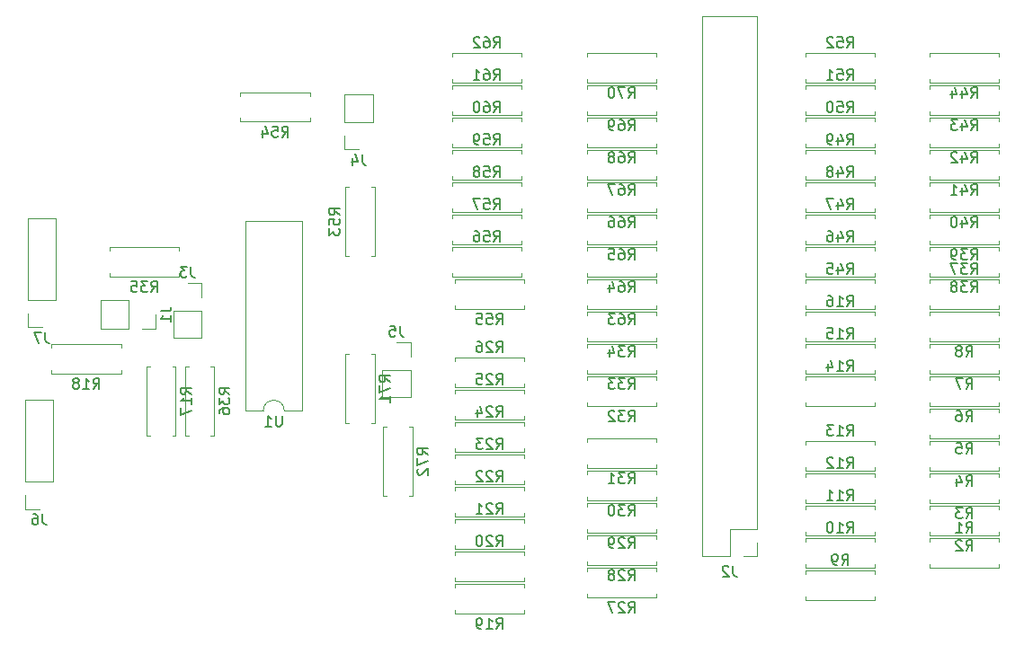
<source format=gbr>
%TF.GenerationSoftware,KiCad,Pcbnew,5.1.10*%
%TF.CreationDate,2021-12-13T16:46:35-05:00*%
%TF.ProjectId,DACBoard,44414342-6f61-4726-942e-6b696361645f,rev?*%
%TF.SameCoordinates,Original*%
%TF.FileFunction,Legend,Bot*%
%TF.FilePolarity,Positive*%
%FSLAX46Y46*%
G04 Gerber Fmt 4.6, Leading zero omitted, Abs format (unit mm)*
G04 Created by KiCad (PCBNEW 5.1.10) date 2021-12-13 16:46:35*
%MOMM*%
%LPD*%
G01*
G04 APERTURE LIST*
%ADD10C,0.120000*%
%ADD11C,0.150000*%
G04 APERTURE END LIST*
D10*
%TO.C,J1*%
X51368000Y-76895000D02*
X51368000Y-75565000D01*
X50038000Y-76895000D02*
X51368000Y-76895000D01*
X48768000Y-76895000D02*
X48768000Y-74235000D01*
X48768000Y-74235000D02*
X46168000Y-74235000D01*
X48768000Y-76895000D02*
X46168000Y-76895000D01*
X46168000Y-76895000D02*
X46168000Y-74235000D01*
%TO.C,J3*%
X55686000Y-77784000D02*
X53026000Y-77784000D01*
X55686000Y-75184000D02*
X55686000Y-77784000D01*
X53026000Y-75184000D02*
X53026000Y-77784000D01*
X55686000Y-75184000D02*
X53026000Y-75184000D01*
X55686000Y-73914000D02*
X55686000Y-72584000D01*
X55686000Y-72584000D02*
X54356000Y-72584000D01*
%TO.C,J4*%
X69155000Y-60004000D02*
X70485000Y-60004000D01*
X69155000Y-58674000D02*
X69155000Y-60004000D01*
X69155000Y-57404000D02*
X71815000Y-57404000D01*
X71815000Y-57404000D02*
X71815000Y-54804000D01*
X69155000Y-57404000D02*
X69155000Y-54804000D01*
X69155000Y-54804000D02*
X71815000Y-54804000D01*
%TO.C,J5*%
X75371000Y-83372000D02*
X72711000Y-83372000D01*
X75371000Y-80772000D02*
X75371000Y-83372000D01*
X72711000Y-80772000D02*
X72711000Y-83372000D01*
X75371000Y-80772000D02*
X72711000Y-80772000D01*
X75371000Y-79502000D02*
X75371000Y-78172000D01*
X75371000Y-78172000D02*
X74041000Y-78172000D01*
%TO.C,J6*%
X39056000Y-83633000D02*
X41716000Y-83633000D01*
X39056000Y-91313000D02*
X39056000Y-83633000D01*
X41716000Y-91313000D02*
X41716000Y-83633000D01*
X39056000Y-91313000D02*
X41716000Y-91313000D01*
X39056000Y-92583000D02*
X39056000Y-93913000D01*
X39056000Y-93913000D02*
X40386000Y-93913000D01*
%TO.C,J7*%
X39310000Y-76768000D02*
X40640000Y-76768000D01*
X39310000Y-75438000D02*
X39310000Y-76768000D01*
X39310000Y-74168000D02*
X41970000Y-74168000D01*
X41970000Y-74168000D02*
X41970000Y-66488000D01*
X39310000Y-74168000D02*
X39310000Y-66488000D01*
X39310000Y-66488000D02*
X41970000Y-66488000D01*
%TO.C,R1*%
X130778000Y-97004000D02*
X130778000Y-96674000D01*
X130778000Y-96674000D02*
X124238000Y-96674000D01*
X124238000Y-96674000D02*
X124238000Y-97004000D01*
X130778000Y-99084000D02*
X130778000Y-99414000D01*
X130778000Y-99414000D02*
X124238000Y-99414000D01*
X124238000Y-99414000D02*
X124238000Y-99084000D01*
%TO.C,R2*%
X130778000Y-93626000D02*
X130778000Y-93956000D01*
X124238000Y-93626000D02*
X130778000Y-93626000D01*
X124238000Y-93956000D02*
X124238000Y-93626000D01*
X130778000Y-96366000D02*
X130778000Y-96036000D01*
X124238000Y-96366000D02*
X130778000Y-96366000D01*
X124238000Y-96036000D02*
X124238000Y-96366000D01*
%TO.C,R3*%
X130778000Y-90578000D02*
X130778000Y-90908000D01*
X124238000Y-90578000D02*
X130778000Y-90578000D01*
X124238000Y-90908000D02*
X124238000Y-90578000D01*
X130778000Y-93318000D02*
X130778000Y-92988000D01*
X124238000Y-93318000D02*
X130778000Y-93318000D01*
X124238000Y-92988000D02*
X124238000Y-93318000D01*
%TO.C,R4*%
X124238000Y-89940000D02*
X124238000Y-90270000D01*
X124238000Y-90270000D02*
X130778000Y-90270000D01*
X130778000Y-90270000D02*
X130778000Y-89940000D01*
X124238000Y-87860000D02*
X124238000Y-87530000D01*
X124238000Y-87530000D02*
X130778000Y-87530000D01*
X130778000Y-87530000D02*
X130778000Y-87860000D01*
%TO.C,R5*%
X130778000Y-84482000D02*
X130778000Y-84812000D01*
X124238000Y-84482000D02*
X130778000Y-84482000D01*
X124238000Y-84812000D02*
X124238000Y-84482000D01*
X130778000Y-87222000D02*
X130778000Y-86892000D01*
X124238000Y-87222000D02*
X130778000Y-87222000D01*
X124238000Y-86892000D02*
X124238000Y-87222000D01*
%TO.C,R6*%
X124238000Y-83844000D02*
X124238000Y-84174000D01*
X124238000Y-84174000D02*
X130778000Y-84174000D01*
X130778000Y-84174000D02*
X130778000Y-83844000D01*
X124238000Y-81764000D02*
X124238000Y-81434000D01*
X124238000Y-81434000D02*
X130778000Y-81434000D01*
X130778000Y-81434000D02*
X130778000Y-81764000D01*
%TO.C,R7*%
X130778000Y-78386000D02*
X130778000Y-78716000D01*
X124238000Y-78386000D02*
X130778000Y-78386000D01*
X124238000Y-78716000D02*
X124238000Y-78386000D01*
X130778000Y-81126000D02*
X130778000Y-80796000D01*
X124238000Y-81126000D02*
X130778000Y-81126000D01*
X124238000Y-80796000D02*
X124238000Y-81126000D01*
%TO.C,R8*%
X124238000Y-77748000D02*
X124238000Y-78078000D01*
X124238000Y-78078000D02*
X130778000Y-78078000D01*
X130778000Y-78078000D02*
X130778000Y-77748000D01*
X124238000Y-75668000D02*
X124238000Y-75338000D01*
X124238000Y-75338000D02*
X130778000Y-75338000D01*
X130778000Y-75338000D02*
X130778000Y-75668000D01*
%TO.C,R9*%
X119094000Y-100052000D02*
X119094000Y-99722000D01*
X119094000Y-99722000D02*
X112554000Y-99722000D01*
X112554000Y-99722000D02*
X112554000Y-100052000D01*
X119094000Y-102132000D02*
X119094000Y-102462000D01*
X119094000Y-102462000D02*
X112554000Y-102462000D01*
X112554000Y-102462000D02*
X112554000Y-102132000D01*
%TO.C,R10*%
X119094000Y-97004000D02*
X119094000Y-96674000D01*
X119094000Y-96674000D02*
X112554000Y-96674000D01*
X112554000Y-96674000D02*
X112554000Y-97004000D01*
X119094000Y-99084000D02*
X119094000Y-99414000D01*
X119094000Y-99414000D02*
X112554000Y-99414000D01*
X112554000Y-99414000D02*
X112554000Y-99084000D01*
%TO.C,R11*%
X112554000Y-96366000D02*
X112554000Y-96036000D01*
X119094000Y-96366000D02*
X112554000Y-96366000D01*
X119094000Y-96036000D02*
X119094000Y-96366000D01*
X112554000Y-93626000D02*
X112554000Y-93956000D01*
X119094000Y-93626000D02*
X112554000Y-93626000D01*
X119094000Y-93956000D02*
X119094000Y-93626000D01*
%TO.C,R12*%
X119094000Y-90908000D02*
X119094000Y-90578000D01*
X119094000Y-90578000D02*
X112554000Y-90578000D01*
X112554000Y-90578000D02*
X112554000Y-90908000D01*
X119094000Y-92988000D02*
X119094000Y-93318000D01*
X119094000Y-93318000D02*
X112554000Y-93318000D01*
X112554000Y-93318000D02*
X112554000Y-92988000D01*
%TO.C,R13*%
X112554000Y-90270000D02*
X112554000Y-89940000D01*
X119094000Y-90270000D02*
X112554000Y-90270000D01*
X119094000Y-89940000D02*
X119094000Y-90270000D01*
X112554000Y-87530000D02*
X112554000Y-87860000D01*
X119094000Y-87530000D02*
X112554000Y-87530000D01*
X119094000Y-87860000D02*
X119094000Y-87530000D01*
%TO.C,R14*%
X119094000Y-81764000D02*
X119094000Y-81434000D01*
X119094000Y-81434000D02*
X112554000Y-81434000D01*
X112554000Y-81434000D02*
X112554000Y-81764000D01*
X119094000Y-83844000D02*
X119094000Y-84174000D01*
X119094000Y-84174000D02*
X112554000Y-84174000D01*
X112554000Y-84174000D02*
X112554000Y-83844000D01*
%TO.C,R15*%
X112554000Y-81126000D02*
X112554000Y-80796000D01*
X119094000Y-81126000D02*
X112554000Y-81126000D01*
X119094000Y-80796000D02*
X119094000Y-81126000D01*
X112554000Y-78386000D02*
X112554000Y-78716000D01*
X119094000Y-78386000D02*
X112554000Y-78386000D01*
X119094000Y-78716000D02*
X119094000Y-78386000D01*
%TO.C,R16*%
X112554000Y-78078000D02*
X112554000Y-77748000D01*
X119094000Y-78078000D02*
X112554000Y-78078000D01*
X119094000Y-77748000D02*
X119094000Y-78078000D01*
X112554000Y-75338000D02*
X112554000Y-75668000D01*
X119094000Y-75338000D02*
X112554000Y-75338000D01*
X119094000Y-75668000D02*
X119094000Y-75338000D01*
%TO.C,R17*%
X50509500Y-80423000D02*
X50839500Y-80423000D01*
X50509500Y-86963000D02*
X50509500Y-80423000D01*
X50839500Y-86963000D02*
X50509500Y-86963000D01*
X53249500Y-80423000D02*
X52919500Y-80423000D01*
X53249500Y-86963000D02*
X53249500Y-80423000D01*
X52919500Y-86963000D02*
X53249500Y-86963000D01*
%TO.C,R18*%
X41561000Y-80796000D02*
X41561000Y-81126000D01*
X41561000Y-81126000D02*
X48101000Y-81126000D01*
X48101000Y-81126000D02*
X48101000Y-80796000D01*
X41561000Y-78716000D02*
X41561000Y-78386000D01*
X41561000Y-78386000D02*
X48101000Y-78386000D01*
X48101000Y-78386000D02*
X48101000Y-78716000D01*
%TO.C,R19*%
X79534000Y-103402000D02*
X79534000Y-103732000D01*
X79534000Y-103732000D02*
X86074000Y-103732000D01*
X86074000Y-103732000D02*
X86074000Y-103402000D01*
X79534000Y-101322000D02*
X79534000Y-100992000D01*
X79534000Y-100992000D02*
X86074000Y-100992000D01*
X86074000Y-100992000D02*
X86074000Y-101322000D01*
%TO.C,R20*%
X79534000Y-100684000D02*
X79534000Y-100354000D01*
X86074000Y-100684000D02*
X79534000Y-100684000D01*
X86074000Y-100354000D02*
X86074000Y-100684000D01*
X79534000Y-97944000D02*
X79534000Y-98274000D01*
X86074000Y-97944000D02*
X79534000Y-97944000D01*
X86074000Y-98274000D02*
X86074000Y-97944000D01*
%TO.C,R21*%
X86074000Y-95226000D02*
X86074000Y-94896000D01*
X86074000Y-94896000D02*
X79534000Y-94896000D01*
X79534000Y-94896000D02*
X79534000Y-95226000D01*
X86074000Y-97306000D02*
X86074000Y-97636000D01*
X86074000Y-97636000D02*
X79534000Y-97636000D01*
X79534000Y-97636000D02*
X79534000Y-97306000D01*
%TO.C,R22*%
X79534000Y-94588000D02*
X79534000Y-94258000D01*
X86074000Y-94588000D02*
X79534000Y-94588000D01*
X86074000Y-94258000D02*
X86074000Y-94588000D01*
X79534000Y-91848000D02*
X79534000Y-92178000D01*
X86074000Y-91848000D02*
X79534000Y-91848000D01*
X86074000Y-92178000D02*
X86074000Y-91848000D01*
%TO.C,R23*%
X79534000Y-91540000D02*
X79534000Y-91210000D01*
X86074000Y-91540000D02*
X79534000Y-91540000D01*
X86074000Y-91210000D02*
X86074000Y-91540000D01*
X79534000Y-88800000D02*
X79534000Y-89130000D01*
X86074000Y-88800000D02*
X79534000Y-88800000D01*
X86074000Y-89130000D02*
X86074000Y-88800000D01*
%TO.C,R24*%
X86074000Y-86082000D02*
X86074000Y-85752000D01*
X86074000Y-85752000D02*
X79534000Y-85752000D01*
X79534000Y-85752000D02*
X79534000Y-86082000D01*
X86074000Y-88162000D02*
X86074000Y-88492000D01*
X86074000Y-88492000D02*
X79534000Y-88492000D01*
X79534000Y-88492000D02*
X79534000Y-88162000D01*
%TO.C,R25*%
X86074000Y-83034000D02*
X86074000Y-82704000D01*
X86074000Y-82704000D02*
X79534000Y-82704000D01*
X79534000Y-82704000D02*
X79534000Y-83034000D01*
X86074000Y-85114000D02*
X86074000Y-85444000D01*
X86074000Y-85444000D02*
X79534000Y-85444000D01*
X79534000Y-85444000D02*
X79534000Y-85114000D01*
%TO.C,R26*%
X79534000Y-82396000D02*
X79534000Y-82066000D01*
X86074000Y-82396000D02*
X79534000Y-82396000D01*
X86074000Y-82066000D02*
X86074000Y-82396000D01*
X79534000Y-79656000D02*
X79534000Y-79986000D01*
X86074000Y-79656000D02*
X79534000Y-79656000D01*
X86074000Y-79986000D02*
X86074000Y-79656000D01*
%TO.C,R27*%
X98520000Y-99468000D02*
X98520000Y-99798000D01*
X91980000Y-99468000D02*
X98520000Y-99468000D01*
X91980000Y-99798000D02*
X91980000Y-99468000D01*
X98520000Y-102208000D02*
X98520000Y-101878000D01*
X91980000Y-102208000D02*
X98520000Y-102208000D01*
X91980000Y-101878000D02*
X91980000Y-102208000D01*
%TO.C,R28*%
X98520000Y-96420000D02*
X98520000Y-96750000D01*
X91980000Y-96420000D02*
X98520000Y-96420000D01*
X91980000Y-96750000D02*
X91980000Y-96420000D01*
X98520000Y-99160000D02*
X98520000Y-98830000D01*
X91980000Y-99160000D02*
X98520000Y-99160000D01*
X91980000Y-98830000D02*
X91980000Y-99160000D01*
%TO.C,R29*%
X91980000Y-95782000D02*
X91980000Y-96112000D01*
X91980000Y-96112000D02*
X98520000Y-96112000D01*
X98520000Y-96112000D02*
X98520000Y-95782000D01*
X91980000Y-93702000D02*
X91980000Y-93372000D01*
X91980000Y-93372000D02*
X98520000Y-93372000D01*
X98520000Y-93372000D02*
X98520000Y-93702000D01*
%TO.C,R30*%
X98520000Y-90324000D02*
X98520000Y-90654000D01*
X91980000Y-90324000D02*
X98520000Y-90324000D01*
X91980000Y-90654000D02*
X91980000Y-90324000D01*
X98520000Y-93064000D02*
X98520000Y-92734000D01*
X91980000Y-93064000D02*
X98520000Y-93064000D01*
X91980000Y-92734000D02*
X91980000Y-93064000D01*
%TO.C,R31*%
X91980000Y-89686000D02*
X91980000Y-90016000D01*
X91980000Y-90016000D02*
X98520000Y-90016000D01*
X98520000Y-90016000D02*
X98520000Y-89686000D01*
X91980000Y-87606000D02*
X91980000Y-87276000D01*
X91980000Y-87276000D02*
X98520000Y-87276000D01*
X98520000Y-87276000D02*
X98520000Y-87606000D01*
%TO.C,R32*%
X98520000Y-81434000D02*
X98520000Y-81764000D01*
X91980000Y-81434000D02*
X98520000Y-81434000D01*
X91980000Y-81764000D02*
X91980000Y-81434000D01*
X98520000Y-84174000D02*
X98520000Y-83844000D01*
X91980000Y-84174000D02*
X98520000Y-84174000D01*
X91980000Y-83844000D02*
X91980000Y-84174000D01*
%TO.C,R33*%
X91980000Y-80796000D02*
X91980000Y-81126000D01*
X91980000Y-81126000D02*
X98520000Y-81126000D01*
X98520000Y-81126000D02*
X98520000Y-80796000D01*
X91980000Y-78716000D02*
X91980000Y-78386000D01*
X91980000Y-78386000D02*
X98520000Y-78386000D01*
X98520000Y-78386000D02*
X98520000Y-78716000D01*
%TO.C,R34*%
X98520000Y-75338000D02*
X98520000Y-75668000D01*
X91980000Y-75338000D02*
X98520000Y-75338000D01*
X91980000Y-75668000D02*
X91980000Y-75338000D01*
X98520000Y-78078000D02*
X98520000Y-77748000D01*
X91980000Y-78078000D02*
X98520000Y-78078000D01*
X91980000Y-77748000D02*
X91980000Y-78078000D01*
%TO.C,R35*%
X53562000Y-69242000D02*
X53562000Y-69572000D01*
X47022000Y-69242000D02*
X53562000Y-69242000D01*
X47022000Y-69572000D02*
X47022000Y-69242000D01*
X53562000Y-71982000D02*
X53562000Y-71652000D01*
X47022000Y-71982000D02*
X53562000Y-71982000D01*
X47022000Y-71652000D02*
X47022000Y-71982000D01*
%TO.C,R36*%
X56539000Y-86963000D02*
X56869000Y-86963000D01*
X56869000Y-86963000D02*
X56869000Y-80423000D01*
X56869000Y-80423000D02*
X56539000Y-80423000D01*
X54459000Y-86963000D02*
X54129000Y-86963000D01*
X54129000Y-86963000D02*
X54129000Y-80423000D01*
X54129000Y-80423000D02*
X54459000Y-80423000D01*
%TO.C,R37*%
X124238000Y-75030000D02*
X124238000Y-74700000D01*
X130778000Y-75030000D02*
X124238000Y-75030000D01*
X130778000Y-74700000D02*
X130778000Y-75030000D01*
X124238000Y-72290000D02*
X124238000Y-72620000D01*
X130778000Y-72290000D02*
X124238000Y-72290000D01*
X130778000Y-72620000D02*
X130778000Y-72290000D01*
%TO.C,R38*%
X124238000Y-71652000D02*
X124238000Y-71982000D01*
X124238000Y-71982000D02*
X130778000Y-71982000D01*
X130778000Y-71982000D02*
X130778000Y-71652000D01*
X124238000Y-69572000D02*
X124238000Y-69242000D01*
X124238000Y-69242000D02*
X130778000Y-69242000D01*
X130778000Y-69242000D02*
X130778000Y-69572000D01*
%TO.C,R39*%
X124238000Y-68604000D02*
X124238000Y-68934000D01*
X124238000Y-68934000D02*
X130778000Y-68934000D01*
X130778000Y-68934000D02*
X130778000Y-68604000D01*
X124238000Y-66524000D02*
X124238000Y-66194000D01*
X124238000Y-66194000D02*
X130778000Y-66194000D01*
X130778000Y-66194000D02*
X130778000Y-66524000D01*
%TO.C,R40*%
X130778000Y-63146000D02*
X130778000Y-63476000D01*
X124238000Y-63146000D02*
X130778000Y-63146000D01*
X124238000Y-63476000D02*
X124238000Y-63146000D01*
X130778000Y-65886000D02*
X130778000Y-65556000D01*
X124238000Y-65886000D02*
X130778000Y-65886000D01*
X124238000Y-65556000D02*
X124238000Y-65886000D01*
%TO.C,R41*%
X124238000Y-62508000D02*
X124238000Y-62838000D01*
X124238000Y-62838000D02*
X130778000Y-62838000D01*
X130778000Y-62838000D02*
X130778000Y-62508000D01*
X124238000Y-60428000D02*
X124238000Y-60098000D01*
X124238000Y-60098000D02*
X130778000Y-60098000D01*
X130778000Y-60098000D02*
X130778000Y-60428000D01*
%TO.C,R42*%
X130778000Y-57050000D02*
X130778000Y-57380000D01*
X124238000Y-57050000D02*
X130778000Y-57050000D01*
X124238000Y-57380000D02*
X124238000Y-57050000D01*
X130778000Y-59790000D02*
X130778000Y-59460000D01*
X124238000Y-59790000D02*
X130778000Y-59790000D01*
X124238000Y-59460000D02*
X124238000Y-59790000D01*
%TO.C,R43*%
X124238000Y-56412000D02*
X124238000Y-56742000D01*
X124238000Y-56742000D02*
X130778000Y-56742000D01*
X130778000Y-56742000D02*
X130778000Y-56412000D01*
X124238000Y-54332000D02*
X124238000Y-54002000D01*
X124238000Y-54002000D02*
X130778000Y-54002000D01*
X130778000Y-54002000D02*
X130778000Y-54332000D01*
%TO.C,R44*%
X130778000Y-50954000D02*
X130778000Y-51284000D01*
X124238000Y-50954000D02*
X130778000Y-50954000D01*
X124238000Y-51284000D02*
X124238000Y-50954000D01*
X130778000Y-53694000D02*
X130778000Y-53364000D01*
X124238000Y-53694000D02*
X130778000Y-53694000D01*
X124238000Y-53364000D02*
X124238000Y-53694000D01*
%TO.C,R45*%
X119094000Y-72620000D02*
X119094000Y-72290000D01*
X119094000Y-72290000D02*
X112554000Y-72290000D01*
X112554000Y-72290000D02*
X112554000Y-72620000D01*
X119094000Y-74700000D02*
X119094000Y-75030000D01*
X119094000Y-75030000D02*
X112554000Y-75030000D01*
X112554000Y-75030000D02*
X112554000Y-74700000D01*
%TO.C,R46*%
X119094000Y-69572000D02*
X119094000Y-69242000D01*
X119094000Y-69242000D02*
X112554000Y-69242000D01*
X112554000Y-69242000D02*
X112554000Y-69572000D01*
X119094000Y-71652000D02*
X119094000Y-71982000D01*
X119094000Y-71982000D02*
X112554000Y-71982000D01*
X112554000Y-71982000D02*
X112554000Y-71652000D01*
%TO.C,R47*%
X119094000Y-66524000D02*
X119094000Y-66194000D01*
X119094000Y-66194000D02*
X112554000Y-66194000D01*
X112554000Y-66194000D02*
X112554000Y-66524000D01*
X119094000Y-68604000D02*
X119094000Y-68934000D01*
X119094000Y-68934000D02*
X112554000Y-68934000D01*
X112554000Y-68934000D02*
X112554000Y-68604000D01*
%TO.C,R48*%
X112554000Y-65886000D02*
X112554000Y-65556000D01*
X119094000Y-65886000D02*
X112554000Y-65886000D01*
X119094000Y-65556000D02*
X119094000Y-65886000D01*
X112554000Y-63146000D02*
X112554000Y-63476000D01*
X119094000Y-63146000D02*
X112554000Y-63146000D01*
X119094000Y-63476000D02*
X119094000Y-63146000D01*
%TO.C,R49*%
X119094000Y-60428000D02*
X119094000Y-60098000D01*
X119094000Y-60098000D02*
X112554000Y-60098000D01*
X112554000Y-60098000D02*
X112554000Y-60428000D01*
X119094000Y-62508000D02*
X119094000Y-62838000D01*
X119094000Y-62838000D02*
X112554000Y-62838000D01*
X112554000Y-62838000D02*
X112554000Y-62508000D01*
%TO.C,R50*%
X112554000Y-59790000D02*
X112554000Y-59460000D01*
X119094000Y-59790000D02*
X112554000Y-59790000D01*
X119094000Y-59460000D02*
X119094000Y-59790000D01*
X112554000Y-57050000D02*
X112554000Y-57380000D01*
X119094000Y-57050000D02*
X112554000Y-57050000D01*
X119094000Y-57380000D02*
X119094000Y-57050000D01*
%TO.C,R51*%
X119094000Y-54332000D02*
X119094000Y-54002000D01*
X119094000Y-54002000D02*
X112554000Y-54002000D01*
X112554000Y-54002000D02*
X112554000Y-54332000D01*
X119094000Y-56412000D02*
X119094000Y-56742000D01*
X119094000Y-56742000D02*
X112554000Y-56742000D01*
X112554000Y-56742000D02*
X112554000Y-56412000D01*
%TO.C,R52*%
X112554000Y-53694000D02*
X112554000Y-53364000D01*
X119094000Y-53694000D02*
X112554000Y-53694000D01*
X119094000Y-53364000D02*
X119094000Y-53694000D01*
X112554000Y-50954000D02*
X112554000Y-51284000D01*
X119094000Y-50954000D02*
X112554000Y-50954000D01*
X119094000Y-51284000D02*
X119094000Y-50954000D01*
%TO.C,R53*%
X71982000Y-70072000D02*
X71652000Y-70072000D01*
X71982000Y-63532000D02*
X71982000Y-70072000D01*
X71652000Y-63532000D02*
X71982000Y-63532000D01*
X69242000Y-70072000D02*
X69572000Y-70072000D01*
X69242000Y-63532000D02*
X69242000Y-70072000D01*
X69572000Y-63532000D02*
X69242000Y-63532000D01*
%TO.C,R54*%
X59341000Y-57047000D02*
X59341000Y-57377000D01*
X59341000Y-57377000D02*
X65881000Y-57377000D01*
X65881000Y-57377000D02*
X65881000Y-57047000D01*
X59341000Y-54967000D02*
X59341000Y-54637000D01*
X59341000Y-54637000D02*
X65881000Y-54637000D01*
X65881000Y-54637000D02*
X65881000Y-54967000D01*
%TO.C,R55*%
X86074000Y-72290000D02*
X86074000Y-72620000D01*
X79534000Y-72290000D02*
X86074000Y-72290000D01*
X79534000Y-72620000D02*
X79534000Y-72290000D01*
X86074000Y-75030000D02*
X86074000Y-74700000D01*
X79534000Y-75030000D02*
X86074000Y-75030000D01*
X79534000Y-74700000D02*
X79534000Y-75030000D01*
%TO.C,R56*%
X85820000Y-69572000D02*
X85820000Y-69242000D01*
X85820000Y-69242000D02*
X79280000Y-69242000D01*
X79280000Y-69242000D02*
X79280000Y-69572000D01*
X85820000Y-71652000D02*
X85820000Y-71982000D01*
X85820000Y-71982000D02*
X79280000Y-71982000D01*
X79280000Y-71982000D02*
X79280000Y-71652000D01*
%TO.C,R57*%
X79280000Y-68934000D02*
X79280000Y-68604000D01*
X85820000Y-68934000D02*
X79280000Y-68934000D01*
X85820000Y-68604000D02*
X85820000Y-68934000D01*
X79280000Y-66194000D02*
X79280000Y-66524000D01*
X85820000Y-66194000D02*
X79280000Y-66194000D01*
X85820000Y-66524000D02*
X85820000Y-66194000D01*
%TO.C,R58*%
X85820000Y-63476000D02*
X85820000Y-63146000D01*
X85820000Y-63146000D02*
X79280000Y-63146000D01*
X79280000Y-63146000D02*
X79280000Y-63476000D01*
X85820000Y-65556000D02*
X85820000Y-65886000D01*
X85820000Y-65886000D02*
X79280000Y-65886000D01*
X79280000Y-65886000D02*
X79280000Y-65556000D01*
%TO.C,R59*%
X79280000Y-62838000D02*
X79280000Y-62508000D01*
X85820000Y-62838000D02*
X79280000Y-62838000D01*
X85820000Y-62508000D02*
X85820000Y-62838000D01*
X79280000Y-60098000D02*
X79280000Y-60428000D01*
X85820000Y-60098000D02*
X79280000Y-60098000D01*
X85820000Y-60428000D02*
X85820000Y-60098000D01*
%TO.C,R60*%
X85820000Y-57380000D02*
X85820000Y-57050000D01*
X85820000Y-57050000D02*
X79280000Y-57050000D01*
X79280000Y-57050000D02*
X79280000Y-57380000D01*
X85820000Y-59460000D02*
X85820000Y-59790000D01*
X85820000Y-59790000D02*
X79280000Y-59790000D01*
X79280000Y-59790000D02*
X79280000Y-59460000D01*
%TO.C,R61*%
X79280000Y-56742000D02*
X79280000Y-56412000D01*
X85820000Y-56742000D02*
X79280000Y-56742000D01*
X85820000Y-56412000D02*
X85820000Y-56742000D01*
X79280000Y-54002000D02*
X79280000Y-54332000D01*
X85820000Y-54002000D02*
X79280000Y-54002000D01*
X85820000Y-54332000D02*
X85820000Y-54002000D01*
%TO.C,R62*%
X79280000Y-53694000D02*
X79280000Y-53364000D01*
X85820000Y-53694000D02*
X79280000Y-53694000D01*
X85820000Y-53364000D02*
X85820000Y-53694000D01*
X79280000Y-50954000D02*
X79280000Y-51284000D01*
X85820000Y-50954000D02*
X79280000Y-50954000D01*
X85820000Y-51284000D02*
X85820000Y-50954000D01*
%TO.C,R63*%
X91980000Y-74700000D02*
X91980000Y-75030000D01*
X91980000Y-75030000D02*
X98520000Y-75030000D01*
X98520000Y-75030000D02*
X98520000Y-74700000D01*
X91980000Y-72620000D02*
X91980000Y-72290000D01*
X91980000Y-72290000D02*
X98520000Y-72290000D01*
X98520000Y-72290000D02*
X98520000Y-72620000D01*
%TO.C,R64*%
X98520000Y-69242000D02*
X98520000Y-69572000D01*
X91980000Y-69242000D02*
X98520000Y-69242000D01*
X91980000Y-69572000D02*
X91980000Y-69242000D01*
X98520000Y-71982000D02*
X98520000Y-71652000D01*
X91980000Y-71982000D02*
X98520000Y-71982000D01*
X91980000Y-71652000D02*
X91980000Y-71982000D01*
%TO.C,R65*%
X91980000Y-68604000D02*
X91980000Y-68934000D01*
X91980000Y-68934000D02*
X98520000Y-68934000D01*
X98520000Y-68934000D02*
X98520000Y-68604000D01*
X91980000Y-66524000D02*
X91980000Y-66194000D01*
X91980000Y-66194000D02*
X98520000Y-66194000D01*
X98520000Y-66194000D02*
X98520000Y-66524000D01*
%TO.C,R66*%
X98520000Y-63146000D02*
X98520000Y-63476000D01*
X91980000Y-63146000D02*
X98520000Y-63146000D01*
X91980000Y-63476000D02*
X91980000Y-63146000D01*
X98520000Y-65886000D02*
X98520000Y-65556000D01*
X91980000Y-65886000D02*
X98520000Y-65886000D01*
X91980000Y-65556000D02*
X91980000Y-65886000D01*
%TO.C,R67*%
X91980000Y-62508000D02*
X91980000Y-62838000D01*
X91980000Y-62838000D02*
X98520000Y-62838000D01*
X98520000Y-62838000D02*
X98520000Y-62508000D01*
X91980000Y-60428000D02*
X91980000Y-60098000D01*
X91980000Y-60098000D02*
X98520000Y-60098000D01*
X98520000Y-60098000D02*
X98520000Y-60428000D01*
%TO.C,R68*%
X91980000Y-59460000D02*
X91980000Y-59790000D01*
X91980000Y-59790000D02*
X98520000Y-59790000D01*
X98520000Y-59790000D02*
X98520000Y-59460000D01*
X91980000Y-57380000D02*
X91980000Y-57050000D01*
X91980000Y-57050000D02*
X98520000Y-57050000D01*
X98520000Y-57050000D02*
X98520000Y-57380000D01*
%TO.C,R69*%
X98520000Y-54002000D02*
X98520000Y-54332000D01*
X91980000Y-54002000D02*
X98520000Y-54002000D01*
X91980000Y-54332000D02*
X91980000Y-54002000D01*
X98520000Y-56742000D02*
X98520000Y-56412000D01*
X91980000Y-56742000D02*
X98520000Y-56742000D01*
X91980000Y-56412000D02*
X91980000Y-56742000D01*
%TO.C,R70*%
X91980000Y-53364000D02*
X91980000Y-53694000D01*
X91980000Y-53694000D02*
X98520000Y-53694000D01*
X98520000Y-53694000D02*
X98520000Y-53364000D01*
X91980000Y-51284000D02*
X91980000Y-50954000D01*
X91980000Y-50954000D02*
X98520000Y-50954000D01*
X98520000Y-50954000D02*
X98520000Y-51284000D01*
%TO.C,R71*%
X69242000Y-79280000D02*
X69572000Y-79280000D01*
X69242000Y-85820000D02*
X69242000Y-79280000D01*
X69572000Y-85820000D02*
X69242000Y-85820000D01*
X71982000Y-79280000D02*
X71652000Y-79280000D01*
X71982000Y-85820000D02*
X71982000Y-79280000D01*
X71652000Y-85820000D02*
X71982000Y-85820000D01*
%TO.C,R72*%
X75208000Y-92678000D02*
X75538000Y-92678000D01*
X75538000Y-92678000D02*
X75538000Y-86138000D01*
X75538000Y-86138000D02*
X75208000Y-86138000D01*
X73128000Y-92678000D02*
X72798000Y-92678000D01*
X72798000Y-92678000D02*
X72798000Y-86138000D01*
X72798000Y-86138000D02*
X73128000Y-86138000D01*
%TO.C,U1*%
X61484000Y-84642000D02*
X59834000Y-84642000D01*
X59834000Y-84642000D02*
X59834000Y-66742000D01*
X59834000Y-66742000D02*
X65134000Y-66742000D01*
X65134000Y-66742000D02*
X65134000Y-84642000D01*
X65134000Y-84642000D02*
X63484000Y-84642000D01*
X63484000Y-84642000D02*
G75*
G03*
X61484000Y-84642000I-1000000J0D01*
G01*
%TO.C,J2*%
X106680000Y-98358000D02*
X108010000Y-98358000D01*
X108010000Y-98358000D02*
X108010000Y-97028000D01*
X105410000Y-98358000D02*
X105410000Y-95758000D01*
X105410000Y-95758000D02*
X108010000Y-95758000D01*
X108010000Y-95758000D02*
X108010000Y-47438000D01*
X102810000Y-47438000D02*
X108010000Y-47438000D01*
X102810000Y-98358000D02*
X102810000Y-47438000D01*
X102810000Y-98358000D02*
X105410000Y-98358000D01*
%TO.C,J1*%
D11*
X51820380Y-75231666D02*
X52534666Y-75231666D01*
X52677523Y-75184047D01*
X52772761Y-75088809D01*
X52820380Y-74945952D01*
X52820380Y-74850714D01*
X52820380Y-76231666D02*
X52820380Y-75660238D01*
X52820380Y-75945952D02*
X51820380Y-75945952D01*
X51963238Y-75850714D01*
X52058476Y-75755476D01*
X52106095Y-75660238D01*
%TO.C,J3*%
X54689333Y-71036380D02*
X54689333Y-71750666D01*
X54736952Y-71893523D01*
X54832190Y-71988761D01*
X54975047Y-72036380D01*
X55070285Y-72036380D01*
X54308380Y-71036380D02*
X53689333Y-71036380D01*
X54022666Y-71417333D01*
X53879809Y-71417333D01*
X53784571Y-71464952D01*
X53736952Y-71512571D01*
X53689333Y-71607809D01*
X53689333Y-71845904D01*
X53736952Y-71941142D01*
X53784571Y-71988761D01*
X53879809Y-72036380D01*
X54165523Y-72036380D01*
X54260761Y-71988761D01*
X54308380Y-71941142D01*
%TO.C,J4*%
X70818333Y-60456380D02*
X70818333Y-61170666D01*
X70865952Y-61313523D01*
X70961190Y-61408761D01*
X71104047Y-61456380D01*
X71199285Y-61456380D01*
X69913571Y-60789714D02*
X69913571Y-61456380D01*
X70151666Y-60408761D02*
X70389761Y-61123047D01*
X69770714Y-61123047D01*
%TO.C,J5*%
X74374333Y-76624380D02*
X74374333Y-77338666D01*
X74421952Y-77481523D01*
X74517190Y-77576761D01*
X74660047Y-77624380D01*
X74755285Y-77624380D01*
X73421952Y-76624380D02*
X73898142Y-76624380D01*
X73945761Y-77100571D01*
X73898142Y-77052952D01*
X73802904Y-77005333D01*
X73564809Y-77005333D01*
X73469571Y-77052952D01*
X73421952Y-77100571D01*
X73374333Y-77195809D01*
X73374333Y-77433904D01*
X73421952Y-77529142D01*
X73469571Y-77576761D01*
X73564809Y-77624380D01*
X73802904Y-77624380D01*
X73898142Y-77576761D01*
X73945761Y-77529142D01*
%TO.C,J6*%
X40719333Y-94365380D02*
X40719333Y-95079666D01*
X40766952Y-95222523D01*
X40862190Y-95317761D01*
X41005047Y-95365380D01*
X41100285Y-95365380D01*
X39814571Y-94365380D02*
X40005047Y-94365380D01*
X40100285Y-94413000D01*
X40147904Y-94460619D01*
X40243142Y-94603476D01*
X40290761Y-94793952D01*
X40290761Y-95174904D01*
X40243142Y-95270142D01*
X40195523Y-95317761D01*
X40100285Y-95365380D01*
X39909809Y-95365380D01*
X39814571Y-95317761D01*
X39766952Y-95270142D01*
X39719333Y-95174904D01*
X39719333Y-94936809D01*
X39766952Y-94841571D01*
X39814571Y-94793952D01*
X39909809Y-94746333D01*
X40100285Y-94746333D01*
X40195523Y-94793952D01*
X40243142Y-94841571D01*
X40290761Y-94936809D01*
%TO.C,J7*%
X40973333Y-77220380D02*
X40973333Y-77934666D01*
X41020952Y-78077523D01*
X41116190Y-78172761D01*
X41259047Y-78220380D01*
X41354285Y-78220380D01*
X40592380Y-77220380D02*
X39925714Y-77220380D01*
X40354285Y-78220380D01*
%TO.C,R1*%
X127674666Y-96126380D02*
X128008000Y-95650190D01*
X128246095Y-96126380D02*
X128246095Y-95126380D01*
X127865142Y-95126380D01*
X127769904Y-95174000D01*
X127722285Y-95221619D01*
X127674666Y-95316857D01*
X127674666Y-95459714D01*
X127722285Y-95554952D01*
X127769904Y-95602571D01*
X127865142Y-95650190D01*
X128246095Y-95650190D01*
X126722285Y-96126380D02*
X127293714Y-96126380D01*
X127008000Y-96126380D02*
X127008000Y-95126380D01*
X127103238Y-95269238D01*
X127198476Y-95364476D01*
X127293714Y-95412095D01*
%TO.C,R2*%
X127674666Y-97818380D02*
X128008000Y-97342190D01*
X128246095Y-97818380D02*
X128246095Y-96818380D01*
X127865142Y-96818380D01*
X127769904Y-96866000D01*
X127722285Y-96913619D01*
X127674666Y-97008857D01*
X127674666Y-97151714D01*
X127722285Y-97246952D01*
X127769904Y-97294571D01*
X127865142Y-97342190D01*
X128246095Y-97342190D01*
X127293714Y-96913619D02*
X127246095Y-96866000D01*
X127150857Y-96818380D01*
X126912761Y-96818380D01*
X126817523Y-96866000D01*
X126769904Y-96913619D01*
X126722285Y-97008857D01*
X126722285Y-97104095D01*
X126769904Y-97246952D01*
X127341333Y-97818380D01*
X126722285Y-97818380D01*
%TO.C,R3*%
X127674666Y-94770380D02*
X128008000Y-94294190D01*
X128246095Y-94770380D02*
X128246095Y-93770380D01*
X127865142Y-93770380D01*
X127769904Y-93818000D01*
X127722285Y-93865619D01*
X127674666Y-93960857D01*
X127674666Y-94103714D01*
X127722285Y-94198952D01*
X127769904Y-94246571D01*
X127865142Y-94294190D01*
X128246095Y-94294190D01*
X127341333Y-93770380D02*
X126722285Y-93770380D01*
X127055619Y-94151333D01*
X126912761Y-94151333D01*
X126817523Y-94198952D01*
X126769904Y-94246571D01*
X126722285Y-94341809D01*
X126722285Y-94579904D01*
X126769904Y-94675142D01*
X126817523Y-94722761D01*
X126912761Y-94770380D01*
X127198476Y-94770380D01*
X127293714Y-94722761D01*
X127341333Y-94675142D01*
%TO.C,R4*%
X127674666Y-91722380D02*
X128008000Y-91246190D01*
X128246095Y-91722380D02*
X128246095Y-90722380D01*
X127865142Y-90722380D01*
X127769904Y-90770000D01*
X127722285Y-90817619D01*
X127674666Y-90912857D01*
X127674666Y-91055714D01*
X127722285Y-91150952D01*
X127769904Y-91198571D01*
X127865142Y-91246190D01*
X128246095Y-91246190D01*
X126817523Y-91055714D02*
X126817523Y-91722380D01*
X127055619Y-90674761D02*
X127293714Y-91389047D01*
X126674666Y-91389047D01*
%TO.C,R5*%
X127674666Y-88674380D02*
X128008000Y-88198190D01*
X128246095Y-88674380D02*
X128246095Y-87674380D01*
X127865142Y-87674380D01*
X127769904Y-87722000D01*
X127722285Y-87769619D01*
X127674666Y-87864857D01*
X127674666Y-88007714D01*
X127722285Y-88102952D01*
X127769904Y-88150571D01*
X127865142Y-88198190D01*
X128246095Y-88198190D01*
X126769904Y-87674380D02*
X127246095Y-87674380D01*
X127293714Y-88150571D01*
X127246095Y-88102952D01*
X127150857Y-88055333D01*
X126912761Y-88055333D01*
X126817523Y-88102952D01*
X126769904Y-88150571D01*
X126722285Y-88245809D01*
X126722285Y-88483904D01*
X126769904Y-88579142D01*
X126817523Y-88626761D01*
X126912761Y-88674380D01*
X127150857Y-88674380D01*
X127246095Y-88626761D01*
X127293714Y-88579142D01*
%TO.C,R6*%
X127674666Y-85626380D02*
X128008000Y-85150190D01*
X128246095Y-85626380D02*
X128246095Y-84626380D01*
X127865142Y-84626380D01*
X127769904Y-84674000D01*
X127722285Y-84721619D01*
X127674666Y-84816857D01*
X127674666Y-84959714D01*
X127722285Y-85054952D01*
X127769904Y-85102571D01*
X127865142Y-85150190D01*
X128246095Y-85150190D01*
X126817523Y-84626380D02*
X127008000Y-84626380D01*
X127103238Y-84674000D01*
X127150857Y-84721619D01*
X127246095Y-84864476D01*
X127293714Y-85054952D01*
X127293714Y-85435904D01*
X127246095Y-85531142D01*
X127198476Y-85578761D01*
X127103238Y-85626380D01*
X126912761Y-85626380D01*
X126817523Y-85578761D01*
X126769904Y-85531142D01*
X126722285Y-85435904D01*
X126722285Y-85197809D01*
X126769904Y-85102571D01*
X126817523Y-85054952D01*
X126912761Y-85007333D01*
X127103238Y-85007333D01*
X127198476Y-85054952D01*
X127246095Y-85102571D01*
X127293714Y-85197809D01*
%TO.C,R7*%
X127674666Y-82578380D02*
X128008000Y-82102190D01*
X128246095Y-82578380D02*
X128246095Y-81578380D01*
X127865142Y-81578380D01*
X127769904Y-81626000D01*
X127722285Y-81673619D01*
X127674666Y-81768857D01*
X127674666Y-81911714D01*
X127722285Y-82006952D01*
X127769904Y-82054571D01*
X127865142Y-82102190D01*
X128246095Y-82102190D01*
X127341333Y-81578380D02*
X126674666Y-81578380D01*
X127103238Y-82578380D01*
%TO.C,R8*%
X127674666Y-79530380D02*
X128008000Y-79054190D01*
X128246095Y-79530380D02*
X128246095Y-78530380D01*
X127865142Y-78530380D01*
X127769904Y-78578000D01*
X127722285Y-78625619D01*
X127674666Y-78720857D01*
X127674666Y-78863714D01*
X127722285Y-78958952D01*
X127769904Y-79006571D01*
X127865142Y-79054190D01*
X128246095Y-79054190D01*
X127103238Y-78958952D02*
X127198476Y-78911333D01*
X127246095Y-78863714D01*
X127293714Y-78768476D01*
X127293714Y-78720857D01*
X127246095Y-78625619D01*
X127198476Y-78578000D01*
X127103238Y-78530380D01*
X126912761Y-78530380D01*
X126817523Y-78578000D01*
X126769904Y-78625619D01*
X126722285Y-78720857D01*
X126722285Y-78768476D01*
X126769904Y-78863714D01*
X126817523Y-78911333D01*
X126912761Y-78958952D01*
X127103238Y-78958952D01*
X127198476Y-79006571D01*
X127246095Y-79054190D01*
X127293714Y-79149428D01*
X127293714Y-79339904D01*
X127246095Y-79435142D01*
X127198476Y-79482761D01*
X127103238Y-79530380D01*
X126912761Y-79530380D01*
X126817523Y-79482761D01*
X126769904Y-79435142D01*
X126722285Y-79339904D01*
X126722285Y-79149428D01*
X126769904Y-79054190D01*
X126817523Y-79006571D01*
X126912761Y-78958952D01*
%TO.C,R9*%
X115990666Y-99174380D02*
X116324000Y-98698190D01*
X116562095Y-99174380D02*
X116562095Y-98174380D01*
X116181142Y-98174380D01*
X116085904Y-98222000D01*
X116038285Y-98269619D01*
X115990666Y-98364857D01*
X115990666Y-98507714D01*
X116038285Y-98602952D01*
X116085904Y-98650571D01*
X116181142Y-98698190D01*
X116562095Y-98698190D01*
X115514476Y-99174380D02*
X115324000Y-99174380D01*
X115228761Y-99126761D01*
X115181142Y-99079142D01*
X115085904Y-98936285D01*
X115038285Y-98745809D01*
X115038285Y-98364857D01*
X115085904Y-98269619D01*
X115133523Y-98222000D01*
X115228761Y-98174380D01*
X115419238Y-98174380D01*
X115514476Y-98222000D01*
X115562095Y-98269619D01*
X115609714Y-98364857D01*
X115609714Y-98602952D01*
X115562095Y-98698190D01*
X115514476Y-98745809D01*
X115419238Y-98793428D01*
X115228761Y-98793428D01*
X115133523Y-98745809D01*
X115085904Y-98698190D01*
X115038285Y-98602952D01*
%TO.C,R10*%
X116466857Y-96126380D02*
X116800190Y-95650190D01*
X117038285Y-96126380D02*
X117038285Y-95126380D01*
X116657333Y-95126380D01*
X116562095Y-95174000D01*
X116514476Y-95221619D01*
X116466857Y-95316857D01*
X116466857Y-95459714D01*
X116514476Y-95554952D01*
X116562095Y-95602571D01*
X116657333Y-95650190D01*
X117038285Y-95650190D01*
X115514476Y-96126380D02*
X116085904Y-96126380D01*
X115800190Y-96126380D02*
X115800190Y-95126380D01*
X115895428Y-95269238D01*
X115990666Y-95364476D01*
X116085904Y-95412095D01*
X114895428Y-95126380D02*
X114800190Y-95126380D01*
X114704952Y-95174000D01*
X114657333Y-95221619D01*
X114609714Y-95316857D01*
X114562095Y-95507333D01*
X114562095Y-95745428D01*
X114609714Y-95935904D01*
X114657333Y-96031142D01*
X114704952Y-96078761D01*
X114800190Y-96126380D01*
X114895428Y-96126380D01*
X114990666Y-96078761D01*
X115038285Y-96031142D01*
X115085904Y-95935904D01*
X115133523Y-95745428D01*
X115133523Y-95507333D01*
X115085904Y-95316857D01*
X115038285Y-95221619D01*
X114990666Y-95174000D01*
X114895428Y-95126380D01*
%TO.C,R11*%
X116466857Y-93078380D02*
X116800190Y-92602190D01*
X117038285Y-93078380D02*
X117038285Y-92078380D01*
X116657333Y-92078380D01*
X116562095Y-92126000D01*
X116514476Y-92173619D01*
X116466857Y-92268857D01*
X116466857Y-92411714D01*
X116514476Y-92506952D01*
X116562095Y-92554571D01*
X116657333Y-92602190D01*
X117038285Y-92602190D01*
X115514476Y-93078380D02*
X116085904Y-93078380D01*
X115800190Y-93078380D02*
X115800190Y-92078380D01*
X115895428Y-92221238D01*
X115990666Y-92316476D01*
X116085904Y-92364095D01*
X114562095Y-93078380D02*
X115133523Y-93078380D01*
X114847809Y-93078380D02*
X114847809Y-92078380D01*
X114943047Y-92221238D01*
X115038285Y-92316476D01*
X115133523Y-92364095D01*
%TO.C,R12*%
X116466857Y-90030380D02*
X116800190Y-89554190D01*
X117038285Y-90030380D02*
X117038285Y-89030380D01*
X116657333Y-89030380D01*
X116562095Y-89078000D01*
X116514476Y-89125619D01*
X116466857Y-89220857D01*
X116466857Y-89363714D01*
X116514476Y-89458952D01*
X116562095Y-89506571D01*
X116657333Y-89554190D01*
X117038285Y-89554190D01*
X115514476Y-90030380D02*
X116085904Y-90030380D01*
X115800190Y-90030380D02*
X115800190Y-89030380D01*
X115895428Y-89173238D01*
X115990666Y-89268476D01*
X116085904Y-89316095D01*
X115133523Y-89125619D02*
X115085904Y-89078000D01*
X114990666Y-89030380D01*
X114752571Y-89030380D01*
X114657333Y-89078000D01*
X114609714Y-89125619D01*
X114562095Y-89220857D01*
X114562095Y-89316095D01*
X114609714Y-89458952D01*
X115181142Y-90030380D01*
X114562095Y-90030380D01*
%TO.C,R13*%
X116466857Y-86982380D02*
X116800190Y-86506190D01*
X117038285Y-86982380D02*
X117038285Y-85982380D01*
X116657333Y-85982380D01*
X116562095Y-86030000D01*
X116514476Y-86077619D01*
X116466857Y-86172857D01*
X116466857Y-86315714D01*
X116514476Y-86410952D01*
X116562095Y-86458571D01*
X116657333Y-86506190D01*
X117038285Y-86506190D01*
X115514476Y-86982380D02*
X116085904Y-86982380D01*
X115800190Y-86982380D02*
X115800190Y-85982380D01*
X115895428Y-86125238D01*
X115990666Y-86220476D01*
X116085904Y-86268095D01*
X115181142Y-85982380D02*
X114562095Y-85982380D01*
X114895428Y-86363333D01*
X114752571Y-86363333D01*
X114657333Y-86410952D01*
X114609714Y-86458571D01*
X114562095Y-86553809D01*
X114562095Y-86791904D01*
X114609714Y-86887142D01*
X114657333Y-86934761D01*
X114752571Y-86982380D01*
X115038285Y-86982380D01*
X115133523Y-86934761D01*
X115181142Y-86887142D01*
%TO.C,R14*%
X116466857Y-80886380D02*
X116800190Y-80410190D01*
X117038285Y-80886380D02*
X117038285Y-79886380D01*
X116657333Y-79886380D01*
X116562095Y-79934000D01*
X116514476Y-79981619D01*
X116466857Y-80076857D01*
X116466857Y-80219714D01*
X116514476Y-80314952D01*
X116562095Y-80362571D01*
X116657333Y-80410190D01*
X117038285Y-80410190D01*
X115514476Y-80886380D02*
X116085904Y-80886380D01*
X115800190Y-80886380D02*
X115800190Y-79886380D01*
X115895428Y-80029238D01*
X115990666Y-80124476D01*
X116085904Y-80172095D01*
X114657333Y-80219714D02*
X114657333Y-80886380D01*
X114895428Y-79838761D02*
X115133523Y-80553047D01*
X114514476Y-80553047D01*
%TO.C,R15*%
X116466857Y-77838380D02*
X116800190Y-77362190D01*
X117038285Y-77838380D02*
X117038285Y-76838380D01*
X116657333Y-76838380D01*
X116562095Y-76886000D01*
X116514476Y-76933619D01*
X116466857Y-77028857D01*
X116466857Y-77171714D01*
X116514476Y-77266952D01*
X116562095Y-77314571D01*
X116657333Y-77362190D01*
X117038285Y-77362190D01*
X115514476Y-77838380D02*
X116085904Y-77838380D01*
X115800190Y-77838380D02*
X115800190Y-76838380D01*
X115895428Y-76981238D01*
X115990666Y-77076476D01*
X116085904Y-77124095D01*
X114609714Y-76838380D02*
X115085904Y-76838380D01*
X115133523Y-77314571D01*
X115085904Y-77266952D01*
X114990666Y-77219333D01*
X114752571Y-77219333D01*
X114657333Y-77266952D01*
X114609714Y-77314571D01*
X114562095Y-77409809D01*
X114562095Y-77647904D01*
X114609714Y-77743142D01*
X114657333Y-77790761D01*
X114752571Y-77838380D01*
X114990666Y-77838380D01*
X115085904Y-77790761D01*
X115133523Y-77743142D01*
%TO.C,R16*%
X116466857Y-74790380D02*
X116800190Y-74314190D01*
X117038285Y-74790380D02*
X117038285Y-73790380D01*
X116657333Y-73790380D01*
X116562095Y-73838000D01*
X116514476Y-73885619D01*
X116466857Y-73980857D01*
X116466857Y-74123714D01*
X116514476Y-74218952D01*
X116562095Y-74266571D01*
X116657333Y-74314190D01*
X117038285Y-74314190D01*
X115514476Y-74790380D02*
X116085904Y-74790380D01*
X115800190Y-74790380D02*
X115800190Y-73790380D01*
X115895428Y-73933238D01*
X115990666Y-74028476D01*
X116085904Y-74076095D01*
X114657333Y-73790380D02*
X114847809Y-73790380D01*
X114943047Y-73838000D01*
X114990666Y-73885619D01*
X115085904Y-74028476D01*
X115133523Y-74218952D01*
X115133523Y-74599904D01*
X115085904Y-74695142D01*
X115038285Y-74742761D01*
X114943047Y-74790380D01*
X114752571Y-74790380D01*
X114657333Y-74742761D01*
X114609714Y-74695142D01*
X114562095Y-74599904D01*
X114562095Y-74361809D01*
X114609714Y-74266571D01*
X114657333Y-74218952D01*
X114752571Y-74171333D01*
X114943047Y-74171333D01*
X115038285Y-74218952D01*
X115085904Y-74266571D01*
X115133523Y-74361809D01*
%TO.C,R17*%
X54701880Y-83050142D02*
X54225690Y-82716809D01*
X54701880Y-82478714D02*
X53701880Y-82478714D01*
X53701880Y-82859666D01*
X53749500Y-82954904D01*
X53797119Y-83002523D01*
X53892357Y-83050142D01*
X54035214Y-83050142D01*
X54130452Y-83002523D01*
X54178071Y-82954904D01*
X54225690Y-82859666D01*
X54225690Y-82478714D01*
X54701880Y-84002523D02*
X54701880Y-83431095D01*
X54701880Y-83716809D02*
X53701880Y-83716809D01*
X53844738Y-83621571D01*
X53939976Y-83526333D01*
X53987595Y-83431095D01*
X53701880Y-84335857D02*
X53701880Y-85002523D01*
X54701880Y-84573952D01*
%TO.C,R18*%
X45473857Y-82578380D02*
X45807190Y-82102190D01*
X46045285Y-82578380D02*
X46045285Y-81578380D01*
X45664333Y-81578380D01*
X45569095Y-81626000D01*
X45521476Y-81673619D01*
X45473857Y-81768857D01*
X45473857Y-81911714D01*
X45521476Y-82006952D01*
X45569095Y-82054571D01*
X45664333Y-82102190D01*
X46045285Y-82102190D01*
X44521476Y-82578380D02*
X45092904Y-82578380D01*
X44807190Y-82578380D02*
X44807190Y-81578380D01*
X44902428Y-81721238D01*
X44997666Y-81816476D01*
X45092904Y-81864095D01*
X43950047Y-82006952D02*
X44045285Y-81959333D01*
X44092904Y-81911714D01*
X44140523Y-81816476D01*
X44140523Y-81768857D01*
X44092904Y-81673619D01*
X44045285Y-81626000D01*
X43950047Y-81578380D01*
X43759571Y-81578380D01*
X43664333Y-81626000D01*
X43616714Y-81673619D01*
X43569095Y-81768857D01*
X43569095Y-81816476D01*
X43616714Y-81911714D01*
X43664333Y-81959333D01*
X43759571Y-82006952D01*
X43950047Y-82006952D01*
X44045285Y-82054571D01*
X44092904Y-82102190D01*
X44140523Y-82197428D01*
X44140523Y-82387904D01*
X44092904Y-82483142D01*
X44045285Y-82530761D01*
X43950047Y-82578380D01*
X43759571Y-82578380D01*
X43664333Y-82530761D01*
X43616714Y-82483142D01*
X43569095Y-82387904D01*
X43569095Y-82197428D01*
X43616714Y-82102190D01*
X43664333Y-82054571D01*
X43759571Y-82006952D01*
%TO.C,R19*%
X83446857Y-105184380D02*
X83780190Y-104708190D01*
X84018285Y-105184380D02*
X84018285Y-104184380D01*
X83637333Y-104184380D01*
X83542095Y-104232000D01*
X83494476Y-104279619D01*
X83446857Y-104374857D01*
X83446857Y-104517714D01*
X83494476Y-104612952D01*
X83542095Y-104660571D01*
X83637333Y-104708190D01*
X84018285Y-104708190D01*
X82494476Y-105184380D02*
X83065904Y-105184380D01*
X82780190Y-105184380D02*
X82780190Y-104184380D01*
X82875428Y-104327238D01*
X82970666Y-104422476D01*
X83065904Y-104470095D01*
X82018285Y-105184380D02*
X81827809Y-105184380D01*
X81732571Y-105136761D01*
X81684952Y-105089142D01*
X81589714Y-104946285D01*
X81542095Y-104755809D01*
X81542095Y-104374857D01*
X81589714Y-104279619D01*
X81637333Y-104232000D01*
X81732571Y-104184380D01*
X81923047Y-104184380D01*
X82018285Y-104232000D01*
X82065904Y-104279619D01*
X82113523Y-104374857D01*
X82113523Y-104612952D01*
X82065904Y-104708190D01*
X82018285Y-104755809D01*
X81923047Y-104803428D01*
X81732571Y-104803428D01*
X81637333Y-104755809D01*
X81589714Y-104708190D01*
X81542095Y-104612952D01*
%TO.C,R20*%
X83446857Y-97396380D02*
X83780190Y-96920190D01*
X84018285Y-97396380D02*
X84018285Y-96396380D01*
X83637333Y-96396380D01*
X83542095Y-96444000D01*
X83494476Y-96491619D01*
X83446857Y-96586857D01*
X83446857Y-96729714D01*
X83494476Y-96824952D01*
X83542095Y-96872571D01*
X83637333Y-96920190D01*
X84018285Y-96920190D01*
X83065904Y-96491619D02*
X83018285Y-96444000D01*
X82923047Y-96396380D01*
X82684952Y-96396380D01*
X82589714Y-96444000D01*
X82542095Y-96491619D01*
X82494476Y-96586857D01*
X82494476Y-96682095D01*
X82542095Y-96824952D01*
X83113523Y-97396380D01*
X82494476Y-97396380D01*
X81875428Y-96396380D02*
X81780190Y-96396380D01*
X81684952Y-96444000D01*
X81637333Y-96491619D01*
X81589714Y-96586857D01*
X81542095Y-96777333D01*
X81542095Y-97015428D01*
X81589714Y-97205904D01*
X81637333Y-97301142D01*
X81684952Y-97348761D01*
X81780190Y-97396380D01*
X81875428Y-97396380D01*
X81970666Y-97348761D01*
X82018285Y-97301142D01*
X82065904Y-97205904D01*
X82113523Y-97015428D01*
X82113523Y-96777333D01*
X82065904Y-96586857D01*
X82018285Y-96491619D01*
X81970666Y-96444000D01*
X81875428Y-96396380D01*
%TO.C,R21*%
X83446857Y-94348380D02*
X83780190Y-93872190D01*
X84018285Y-94348380D02*
X84018285Y-93348380D01*
X83637333Y-93348380D01*
X83542095Y-93396000D01*
X83494476Y-93443619D01*
X83446857Y-93538857D01*
X83446857Y-93681714D01*
X83494476Y-93776952D01*
X83542095Y-93824571D01*
X83637333Y-93872190D01*
X84018285Y-93872190D01*
X83065904Y-93443619D02*
X83018285Y-93396000D01*
X82923047Y-93348380D01*
X82684952Y-93348380D01*
X82589714Y-93396000D01*
X82542095Y-93443619D01*
X82494476Y-93538857D01*
X82494476Y-93634095D01*
X82542095Y-93776952D01*
X83113523Y-94348380D01*
X82494476Y-94348380D01*
X81542095Y-94348380D02*
X82113523Y-94348380D01*
X81827809Y-94348380D02*
X81827809Y-93348380D01*
X81923047Y-93491238D01*
X82018285Y-93586476D01*
X82113523Y-93634095D01*
%TO.C,R22*%
X83446857Y-91300380D02*
X83780190Y-90824190D01*
X84018285Y-91300380D02*
X84018285Y-90300380D01*
X83637333Y-90300380D01*
X83542095Y-90348000D01*
X83494476Y-90395619D01*
X83446857Y-90490857D01*
X83446857Y-90633714D01*
X83494476Y-90728952D01*
X83542095Y-90776571D01*
X83637333Y-90824190D01*
X84018285Y-90824190D01*
X83065904Y-90395619D02*
X83018285Y-90348000D01*
X82923047Y-90300380D01*
X82684952Y-90300380D01*
X82589714Y-90348000D01*
X82542095Y-90395619D01*
X82494476Y-90490857D01*
X82494476Y-90586095D01*
X82542095Y-90728952D01*
X83113523Y-91300380D01*
X82494476Y-91300380D01*
X82113523Y-90395619D02*
X82065904Y-90348000D01*
X81970666Y-90300380D01*
X81732571Y-90300380D01*
X81637333Y-90348000D01*
X81589714Y-90395619D01*
X81542095Y-90490857D01*
X81542095Y-90586095D01*
X81589714Y-90728952D01*
X82161142Y-91300380D01*
X81542095Y-91300380D01*
%TO.C,R23*%
X83446857Y-88252380D02*
X83780190Y-87776190D01*
X84018285Y-88252380D02*
X84018285Y-87252380D01*
X83637333Y-87252380D01*
X83542095Y-87300000D01*
X83494476Y-87347619D01*
X83446857Y-87442857D01*
X83446857Y-87585714D01*
X83494476Y-87680952D01*
X83542095Y-87728571D01*
X83637333Y-87776190D01*
X84018285Y-87776190D01*
X83065904Y-87347619D02*
X83018285Y-87300000D01*
X82923047Y-87252380D01*
X82684952Y-87252380D01*
X82589714Y-87300000D01*
X82542095Y-87347619D01*
X82494476Y-87442857D01*
X82494476Y-87538095D01*
X82542095Y-87680952D01*
X83113523Y-88252380D01*
X82494476Y-88252380D01*
X82161142Y-87252380D02*
X81542095Y-87252380D01*
X81875428Y-87633333D01*
X81732571Y-87633333D01*
X81637333Y-87680952D01*
X81589714Y-87728571D01*
X81542095Y-87823809D01*
X81542095Y-88061904D01*
X81589714Y-88157142D01*
X81637333Y-88204761D01*
X81732571Y-88252380D01*
X82018285Y-88252380D01*
X82113523Y-88204761D01*
X82161142Y-88157142D01*
%TO.C,R24*%
X83446857Y-85204380D02*
X83780190Y-84728190D01*
X84018285Y-85204380D02*
X84018285Y-84204380D01*
X83637333Y-84204380D01*
X83542095Y-84252000D01*
X83494476Y-84299619D01*
X83446857Y-84394857D01*
X83446857Y-84537714D01*
X83494476Y-84632952D01*
X83542095Y-84680571D01*
X83637333Y-84728190D01*
X84018285Y-84728190D01*
X83065904Y-84299619D02*
X83018285Y-84252000D01*
X82923047Y-84204380D01*
X82684952Y-84204380D01*
X82589714Y-84252000D01*
X82542095Y-84299619D01*
X82494476Y-84394857D01*
X82494476Y-84490095D01*
X82542095Y-84632952D01*
X83113523Y-85204380D01*
X82494476Y-85204380D01*
X81637333Y-84537714D02*
X81637333Y-85204380D01*
X81875428Y-84156761D02*
X82113523Y-84871047D01*
X81494476Y-84871047D01*
%TO.C,R25*%
X83446857Y-82156380D02*
X83780190Y-81680190D01*
X84018285Y-82156380D02*
X84018285Y-81156380D01*
X83637333Y-81156380D01*
X83542095Y-81204000D01*
X83494476Y-81251619D01*
X83446857Y-81346857D01*
X83446857Y-81489714D01*
X83494476Y-81584952D01*
X83542095Y-81632571D01*
X83637333Y-81680190D01*
X84018285Y-81680190D01*
X83065904Y-81251619D02*
X83018285Y-81204000D01*
X82923047Y-81156380D01*
X82684952Y-81156380D01*
X82589714Y-81204000D01*
X82542095Y-81251619D01*
X82494476Y-81346857D01*
X82494476Y-81442095D01*
X82542095Y-81584952D01*
X83113523Y-82156380D01*
X82494476Y-82156380D01*
X81589714Y-81156380D02*
X82065904Y-81156380D01*
X82113523Y-81632571D01*
X82065904Y-81584952D01*
X81970666Y-81537333D01*
X81732571Y-81537333D01*
X81637333Y-81584952D01*
X81589714Y-81632571D01*
X81542095Y-81727809D01*
X81542095Y-81965904D01*
X81589714Y-82061142D01*
X81637333Y-82108761D01*
X81732571Y-82156380D01*
X81970666Y-82156380D01*
X82065904Y-82108761D01*
X82113523Y-82061142D01*
%TO.C,R26*%
X83446857Y-79108380D02*
X83780190Y-78632190D01*
X84018285Y-79108380D02*
X84018285Y-78108380D01*
X83637333Y-78108380D01*
X83542095Y-78156000D01*
X83494476Y-78203619D01*
X83446857Y-78298857D01*
X83446857Y-78441714D01*
X83494476Y-78536952D01*
X83542095Y-78584571D01*
X83637333Y-78632190D01*
X84018285Y-78632190D01*
X83065904Y-78203619D02*
X83018285Y-78156000D01*
X82923047Y-78108380D01*
X82684952Y-78108380D01*
X82589714Y-78156000D01*
X82542095Y-78203619D01*
X82494476Y-78298857D01*
X82494476Y-78394095D01*
X82542095Y-78536952D01*
X83113523Y-79108380D01*
X82494476Y-79108380D01*
X81637333Y-78108380D02*
X81827809Y-78108380D01*
X81923047Y-78156000D01*
X81970666Y-78203619D01*
X82065904Y-78346476D01*
X82113523Y-78536952D01*
X82113523Y-78917904D01*
X82065904Y-79013142D01*
X82018285Y-79060761D01*
X81923047Y-79108380D01*
X81732571Y-79108380D01*
X81637333Y-79060761D01*
X81589714Y-79013142D01*
X81542095Y-78917904D01*
X81542095Y-78679809D01*
X81589714Y-78584571D01*
X81637333Y-78536952D01*
X81732571Y-78489333D01*
X81923047Y-78489333D01*
X82018285Y-78536952D01*
X82065904Y-78584571D01*
X82113523Y-78679809D01*
%TO.C,R27*%
X95892857Y-103660380D02*
X96226190Y-103184190D01*
X96464285Y-103660380D02*
X96464285Y-102660380D01*
X96083333Y-102660380D01*
X95988095Y-102708000D01*
X95940476Y-102755619D01*
X95892857Y-102850857D01*
X95892857Y-102993714D01*
X95940476Y-103088952D01*
X95988095Y-103136571D01*
X96083333Y-103184190D01*
X96464285Y-103184190D01*
X95511904Y-102755619D02*
X95464285Y-102708000D01*
X95369047Y-102660380D01*
X95130952Y-102660380D01*
X95035714Y-102708000D01*
X94988095Y-102755619D01*
X94940476Y-102850857D01*
X94940476Y-102946095D01*
X94988095Y-103088952D01*
X95559523Y-103660380D01*
X94940476Y-103660380D01*
X94607142Y-102660380D02*
X93940476Y-102660380D01*
X94369047Y-103660380D01*
%TO.C,R28*%
X95892857Y-100612380D02*
X96226190Y-100136190D01*
X96464285Y-100612380D02*
X96464285Y-99612380D01*
X96083333Y-99612380D01*
X95988095Y-99660000D01*
X95940476Y-99707619D01*
X95892857Y-99802857D01*
X95892857Y-99945714D01*
X95940476Y-100040952D01*
X95988095Y-100088571D01*
X96083333Y-100136190D01*
X96464285Y-100136190D01*
X95511904Y-99707619D02*
X95464285Y-99660000D01*
X95369047Y-99612380D01*
X95130952Y-99612380D01*
X95035714Y-99660000D01*
X94988095Y-99707619D01*
X94940476Y-99802857D01*
X94940476Y-99898095D01*
X94988095Y-100040952D01*
X95559523Y-100612380D01*
X94940476Y-100612380D01*
X94369047Y-100040952D02*
X94464285Y-99993333D01*
X94511904Y-99945714D01*
X94559523Y-99850476D01*
X94559523Y-99802857D01*
X94511904Y-99707619D01*
X94464285Y-99660000D01*
X94369047Y-99612380D01*
X94178571Y-99612380D01*
X94083333Y-99660000D01*
X94035714Y-99707619D01*
X93988095Y-99802857D01*
X93988095Y-99850476D01*
X94035714Y-99945714D01*
X94083333Y-99993333D01*
X94178571Y-100040952D01*
X94369047Y-100040952D01*
X94464285Y-100088571D01*
X94511904Y-100136190D01*
X94559523Y-100231428D01*
X94559523Y-100421904D01*
X94511904Y-100517142D01*
X94464285Y-100564761D01*
X94369047Y-100612380D01*
X94178571Y-100612380D01*
X94083333Y-100564761D01*
X94035714Y-100517142D01*
X93988095Y-100421904D01*
X93988095Y-100231428D01*
X94035714Y-100136190D01*
X94083333Y-100088571D01*
X94178571Y-100040952D01*
%TO.C,R29*%
X95892857Y-97564380D02*
X96226190Y-97088190D01*
X96464285Y-97564380D02*
X96464285Y-96564380D01*
X96083333Y-96564380D01*
X95988095Y-96612000D01*
X95940476Y-96659619D01*
X95892857Y-96754857D01*
X95892857Y-96897714D01*
X95940476Y-96992952D01*
X95988095Y-97040571D01*
X96083333Y-97088190D01*
X96464285Y-97088190D01*
X95511904Y-96659619D02*
X95464285Y-96612000D01*
X95369047Y-96564380D01*
X95130952Y-96564380D01*
X95035714Y-96612000D01*
X94988095Y-96659619D01*
X94940476Y-96754857D01*
X94940476Y-96850095D01*
X94988095Y-96992952D01*
X95559523Y-97564380D01*
X94940476Y-97564380D01*
X94464285Y-97564380D02*
X94273809Y-97564380D01*
X94178571Y-97516761D01*
X94130952Y-97469142D01*
X94035714Y-97326285D01*
X93988095Y-97135809D01*
X93988095Y-96754857D01*
X94035714Y-96659619D01*
X94083333Y-96612000D01*
X94178571Y-96564380D01*
X94369047Y-96564380D01*
X94464285Y-96612000D01*
X94511904Y-96659619D01*
X94559523Y-96754857D01*
X94559523Y-96992952D01*
X94511904Y-97088190D01*
X94464285Y-97135809D01*
X94369047Y-97183428D01*
X94178571Y-97183428D01*
X94083333Y-97135809D01*
X94035714Y-97088190D01*
X93988095Y-96992952D01*
%TO.C,R30*%
X95892857Y-94516380D02*
X96226190Y-94040190D01*
X96464285Y-94516380D02*
X96464285Y-93516380D01*
X96083333Y-93516380D01*
X95988095Y-93564000D01*
X95940476Y-93611619D01*
X95892857Y-93706857D01*
X95892857Y-93849714D01*
X95940476Y-93944952D01*
X95988095Y-93992571D01*
X96083333Y-94040190D01*
X96464285Y-94040190D01*
X95559523Y-93516380D02*
X94940476Y-93516380D01*
X95273809Y-93897333D01*
X95130952Y-93897333D01*
X95035714Y-93944952D01*
X94988095Y-93992571D01*
X94940476Y-94087809D01*
X94940476Y-94325904D01*
X94988095Y-94421142D01*
X95035714Y-94468761D01*
X95130952Y-94516380D01*
X95416666Y-94516380D01*
X95511904Y-94468761D01*
X95559523Y-94421142D01*
X94321428Y-93516380D02*
X94226190Y-93516380D01*
X94130952Y-93564000D01*
X94083333Y-93611619D01*
X94035714Y-93706857D01*
X93988095Y-93897333D01*
X93988095Y-94135428D01*
X94035714Y-94325904D01*
X94083333Y-94421142D01*
X94130952Y-94468761D01*
X94226190Y-94516380D01*
X94321428Y-94516380D01*
X94416666Y-94468761D01*
X94464285Y-94421142D01*
X94511904Y-94325904D01*
X94559523Y-94135428D01*
X94559523Y-93897333D01*
X94511904Y-93706857D01*
X94464285Y-93611619D01*
X94416666Y-93564000D01*
X94321428Y-93516380D01*
%TO.C,R31*%
X95892857Y-91468380D02*
X96226190Y-90992190D01*
X96464285Y-91468380D02*
X96464285Y-90468380D01*
X96083333Y-90468380D01*
X95988095Y-90516000D01*
X95940476Y-90563619D01*
X95892857Y-90658857D01*
X95892857Y-90801714D01*
X95940476Y-90896952D01*
X95988095Y-90944571D01*
X96083333Y-90992190D01*
X96464285Y-90992190D01*
X95559523Y-90468380D02*
X94940476Y-90468380D01*
X95273809Y-90849333D01*
X95130952Y-90849333D01*
X95035714Y-90896952D01*
X94988095Y-90944571D01*
X94940476Y-91039809D01*
X94940476Y-91277904D01*
X94988095Y-91373142D01*
X95035714Y-91420761D01*
X95130952Y-91468380D01*
X95416666Y-91468380D01*
X95511904Y-91420761D01*
X95559523Y-91373142D01*
X93988095Y-91468380D02*
X94559523Y-91468380D01*
X94273809Y-91468380D02*
X94273809Y-90468380D01*
X94369047Y-90611238D01*
X94464285Y-90706476D01*
X94559523Y-90754095D01*
%TO.C,R32*%
X95892857Y-85626380D02*
X96226190Y-85150190D01*
X96464285Y-85626380D02*
X96464285Y-84626380D01*
X96083333Y-84626380D01*
X95988095Y-84674000D01*
X95940476Y-84721619D01*
X95892857Y-84816857D01*
X95892857Y-84959714D01*
X95940476Y-85054952D01*
X95988095Y-85102571D01*
X96083333Y-85150190D01*
X96464285Y-85150190D01*
X95559523Y-84626380D02*
X94940476Y-84626380D01*
X95273809Y-85007333D01*
X95130952Y-85007333D01*
X95035714Y-85054952D01*
X94988095Y-85102571D01*
X94940476Y-85197809D01*
X94940476Y-85435904D01*
X94988095Y-85531142D01*
X95035714Y-85578761D01*
X95130952Y-85626380D01*
X95416666Y-85626380D01*
X95511904Y-85578761D01*
X95559523Y-85531142D01*
X94559523Y-84721619D02*
X94511904Y-84674000D01*
X94416666Y-84626380D01*
X94178571Y-84626380D01*
X94083333Y-84674000D01*
X94035714Y-84721619D01*
X93988095Y-84816857D01*
X93988095Y-84912095D01*
X94035714Y-85054952D01*
X94607142Y-85626380D01*
X93988095Y-85626380D01*
%TO.C,R33*%
X95892857Y-82578380D02*
X96226190Y-82102190D01*
X96464285Y-82578380D02*
X96464285Y-81578380D01*
X96083333Y-81578380D01*
X95988095Y-81626000D01*
X95940476Y-81673619D01*
X95892857Y-81768857D01*
X95892857Y-81911714D01*
X95940476Y-82006952D01*
X95988095Y-82054571D01*
X96083333Y-82102190D01*
X96464285Y-82102190D01*
X95559523Y-81578380D02*
X94940476Y-81578380D01*
X95273809Y-81959333D01*
X95130952Y-81959333D01*
X95035714Y-82006952D01*
X94988095Y-82054571D01*
X94940476Y-82149809D01*
X94940476Y-82387904D01*
X94988095Y-82483142D01*
X95035714Y-82530761D01*
X95130952Y-82578380D01*
X95416666Y-82578380D01*
X95511904Y-82530761D01*
X95559523Y-82483142D01*
X94607142Y-81578380D02*
X93988095Y-81578380D01*
X94321428Y-81959333D01*
X94178571Y-81959333D01*
X94083333Y-82006952D01*
X94035714Y-82054571D01*
X93988095Y-82149809D01*
X93988095Y-82387904D01*
X94035714Y-82483142D01*
X94083333Y-82530761D01*
X94178571Y-82578380D01*
X94464285Y-82578380D01*
X94559523Y-82530761D01*
X94607142Y-82483142D01*
%TO.C,R34*%
X95892857Y-79530380D02*
X96226190Y-79054190D01*
X96464285Y-79530380D02*
X96464285Y-78530380D01*
X96083333Y-78530380D01*
X95988095Y-78578000D01*
X95940476Y-78625619D01*
X95892857Y-78720857D01*
X95892857Y-78863714D01*
X95940476Y-78958952D01*
X95988095Y-79006571D01*
X96083333Y-79054190D01*
X96464285Y-79054190D01*
X95559523Y-78530380D02*
X94940476Y-78530380D01*
X95273809Y-78911333D01*
X95130952Y-78911333D01*
X95035714Y-78958952D01*
X94988095Y-79006571D01*
X94940476Y-79101809D01*
X94940476Y-79339904D01*
X94988095Y-79435142D01*
X95035714Y-79482761D01*
X95130952Y-79530380D01*
X95416666Y-79530380D01*
X95511904Y-79482761D01*
X95559523Y-79435142D01*
X94083333Y-78863714D02*
X94083333Y-79530380D01*
X94321428Y-78482761D02*
X94559523Y-79197047D01*
X93940476Y-79197047D01*
%TO.C,R35*%
X50934857Y-73434380D02*
X51268190Y-72958190D01*
X51506285Y-73434380D02*
X51506285Y-72434380D01*
X51125333Y-72434380D01*
X51030095Y-72482000D01*
X50982476Y-72529619D01*
X50934857Y-72624857D01*
X50934857Y-72767714D01*
X50982476Y-72862952D01*
X51030095Y-72910571D01*
X51125333Y-72958190D01*
X51506285Y-72958190D01*
X50601523Y-72434380D02*
X49982476Y-72434380D01*
X50315809Y-72815333D01*
X50172952Y-72815333D01*
X50077714Y-72862952D01*
X50030095Y-72910571D01*
X49982476Y-73005809D01*
X49982476Y-73243904D01*
X50030095Y-73339142D01*
X50077714Y-73386761D01*
X50172952Y-73434380D01*
X50458666Y-73434380D01*
X50553904Y-73386761D01*
X50601523Y-73339142D01*
X49077714Y-72434380D02*
X49553904Y-72434380D01*
X49601523Y-72910571D01*
X49553904Y-72862952D01*
X49458666Y-72815333D01*
X49220571Y-72815333D01*
X49125333Y-72862952D01*
X49077714Y-72910571D01*
X49030095Y-73005809D01*
X49030095Y-73243904D01*
X49077714Y-73339142D01*
X49125333Y-73386761D01*
X49220571Y-73434380D01*
X49458666Y-73434380D01*
X49553904Y-73386761D01*
X49601523Y-73339142D01*
%TO.C,R36*%
X58321380Y-83050142D02*
X57845190Y-82716809D01*
X58321380Y-82478714D02*
X57321380Y-82478714D01*
X57321380Y-82859666D01*
X57369000Y-82954904D01*
X57416619Y-83002523D01*
X57511857Y-83050142D01*
X57654714Y-83050142D01*
X57749952Y-83002523D01*
X57797571Y-82954904D01*
X57845190Y-82859666D01*
X57845190Y-82478714D01*
X57321380Y-83383476D02*
X57321380Y-84002523D01*
X57702333Y-83669190D01*
X57702333Y-83812047D01*
X57749952Y-83907285D01*
X57797571Y-83954904D01*
X57892809Y-84002523D01*
X58130904Y-84002523D01*
X58226142Y-83954904D01*
X58273761Y-83907285D01*
X58321380Y-83812047D01*
X58321380Y-83526333D01*
X58273761Y-83431095D01*
X58226142Y-83383476D01*
X57321380Y-84859666D02*
X57321380Y-84669190D01*
X57369000Y-84573952D01*
X57416619Y-84526333D01*
X57559476Y-84431095D01*
X57749952Y-84383476D01*
X58130904Y-84383476D01*
X58226142Y-84431095D01*
X58273761Y-84478714D01*
X58321380Y-84573952D01*
X58321380Y-84764428D01*
X58273761Y-84859666D01*
X58226142Y-84907285D01*
X58130904Y-84954904D01*
X57892809Y-84954904D01*
X57797571Y-84907285D01*
X57749952Y-84859666D01*
X57702333Y-84764428D01*
X57702333Y-84573952D01*
X57749952Y-84478714D01*
X57797571Y-84431095D01*
X57892809Y-84383476D01*
%TO.C,R37*%
X128150857Y-71742380D02*
X128484190Y-71266190D01*
X128722285Y-71742380D02*
X128722285Y-70742380D01*
X128341333Y-70742380D01*
X128246095Y-70790000D01*
X128198476Y-70837619D01*
X128150857Y-70932857D01*
X128150857Y-71075714D01*
X128198476Y-71170952D01*
X128246095Y-71218571D01*
X128341333Y-71266190D01*
X128722285Y-71266190D01*
X127817523Y-70742380D02*
X127198476Y-70742380D01*
X127531809Y-71123333D01*
X127388952Y-71123333D01*
X127293714Y-71170952D01*
X127246095Y-71218571D01*
X127198476Y-71313809D01*
X127198476Y-71551904D01*
X127246095Y-71647142D01*
X127293714Y-71694761D01*
X127388952Y-71742380D01*
X127674666Y-71742380D01*
X127769904Y-71694761D01*
X127817523Y-71647142D01*
X126865142Y-70742380D02*
X126198476Y-70742380D01*
X126627047Y-71742380D01*
%TO.C,R38*%
X128150857Y-73434380D02*
X128484190Y-72958190D01*
X128722285Y-73434380D02*
X128722285Y-72434380D01*
X128341333Y-72434380D01*
X128246095Y-72482000D01*
X128198476Y-72529619D01*
X128150857Y-72624857D01*
X128150857Y-72767714D01*
X128198476Y-72862952D01*
X128246095Y-72910571D01*
X128341333Y-72958190D01*
X128722285Y-72958190D01*
X127817523Y-72434380D02*
X127198476Y-72434380D01*
X127531809Y-72815333D01*
X127388952Y-72815333D01*
X127293714Y-72862952D01*
X127246095Y-72910571D01*
X127198476Y-73005809D01*
X127198476Y-73243904D01*
X127246095Y-73339142D01*
X127293714Y-73386761D01*
X127388952Y-73434380D01*
X127674666Y-73434380D01*
X127769904Y-73386761D01*
X127817523Y-73339142D01*
X126627047Y-72862952D02*
X126722285Y-72815333D01*
X126769904Y-72767714D01*
X126817523Y-72672476D01*
X126817523Y-72624857D01*
X126769904Y-72529619D01*
X126722285Y-72482000D01*
X126627047Y-72434380D01*
X126436571Y-72434380D01*
X126341333Y-72482000D01*
X126293714Y-72529619D01*
X126246095Y-72624857D01*
X126246095Y-72672476D01*
X126293714Y-72767714D01*
X126341333Y-72815333D01*
X126436571Y-72862952D01*
X126627047Y-72862952D01*
X126722285Y-72910571D01*
X126769904Y-72958190D01*
X126817523Y-73053428D01*
X126817523Y-73243904D01*
X126769904Y-73339142D01*
X126722285Y-73386761D01*
X126627047Y-73434380D01*
X126436571Y-73434380D01*
X126341333Y-73386761D01*
X126293714Y-73339142D01*
X126246095Y-73243904D01*
X126246095Y-73053428D01*
X126293714Y-72958190D01*
X126341333Y-72910571D01*
X126436571Y-72862952D01*
%TO.C,R39*%
X128150857Y-70386380D02*
X128484190Y-69910190D01*
X128722285Y-70386380D02*
X128722285Y-69386380D01*
X128341333Y-69386380D01*
X128246095Y-69434000D01*
X128198476Y-69481619D01*
X128150857Y-69576857D01*
X128150857Y-69719714D01*
X128198476Y-69814952D01*
X128246095Y-69862571D01*
X128341333Y-69910190D01*
X128722285Y-69910190D01*
X127817523Y-69386380D02*
X127198476Y-69386380D01*
X127531809Y-69767333D01*
X127388952Y-69767333D01*
X127293714Y-69814952D01*
X127246095Y-69862571D01*
X127198476Y-69957809D01*
X127198476Y-70195904D01*
X127246095Y-70291142D01*
X127293714Y-70338761D01*
X127388952Y-70386380D01*
X127674666Y-70386380D01*
X127769904Y-70338761D01*
X127817523Y-70291142D01*
X126722285Y-70386380D02*
X126531809Y-70386380D01*
X126436571Y-70338761D01*
X126388952Y-70291142D01*
X126293714Y-70148285D01*
X126246095Y-69957809D01*
X126246095Y-69576857D01*
X126293714Y-69481619D01*
X126341333Y-69434000D01*
X126436571Y-69386380D01*
X126627047Y-69386380D01*
X126722285Y-69434000D01*
X126769904Y-69481619D01*
X126817523Y-69576857D01*
X126817523Y-69814952D01*
X126769904Y-69910190D01*
X126722285Y-69957809D01*
X126627047Y-70005428D01*
X126436571Y-70005428D01*
X126341333Y-69957809D01*
X126293714Y-69910190D01*
X126246095Y-69814952D01*
%TO.C,R40*%
X128150857Y-67338380D02*
X128484190Y-66862190D01*
X128722285Y-67338380D02*
X128722285Y-66338380D01*
X128341333Y-66338380D01*
X128246095Y-66386000D01*
X128198476Y-66433619D01*
X128150857Y-66528857D01*
X128150857Y-66671714D01*
X128198476Y-66766952D01*
X128246095Y-66814571D01*
X128341333Y-66862190D01*
X128722285Y-66862190D01*
X127293714Y-66671714D02*
X127293714Y-67338380D01*
X127531809Y-66290761D02*
X127769904Y-67005047D01*
X127150857Y-67005047D01*
X126579428Y-66338380D02*
X126484190Y-66338380D01*
X126388952Y-66386000D01*
X126341333Y-66433619D01*
X126293714Y-66528857D01*
X126246095Y-66719333D01*
X126246095Y-66957428D01*
X126293714Y-67147904D01*
X126341333Y-67243142D01*
X126388952Y-67290761D01*
X126484190Y-67338380D01*
X126579428Y-67338380D01*
X126674666Y-67290761D01*
X126722285Y-67243142D01*
X126769904Y-67147904D01*
X126817523Y-66957428D01*
X126817523Y-66719333D01*
X126769904Y-66528857D01*
X126722285Y-66433619D01*
X126674666Y-66386000D01*
X126579428Y-66338380D01*
%TO.C,R41*%
X128150857Y-64290380D02*
X128484190Y-63814190D01*
X128722285Y-64290380D02*
X128722285Y-63290380D01*
X128341333Y-63290380D01*
X128246095Y-63338000D01*
X128198476Y-63385619D01*
X128150857Y-63480857D01*
X128150857Y-63623714D01*
X128198476Y-63718952D01*
X128246095Y-63766571D01*
X128341333Y-63814190D01*
X128722285Y-63814190D01*
X127293714Y-63623714D02*
X127293714Y-64290380D01*
X127531809Y-63242761D02*
X127769904Y-63957047D01*
X127150857Y-63957047D01*
X126246095Y-64290380D02*
X126817523Y-64290380D01*
X126531809Y-64290380D02*
X126531809Y-63290380D01*
X126627047Y-63433238D01*
X126722285Y-63528476D01*
X126817523Y-63576095D01*
%TO.C,R42*%
X128150857Y-61242380D02*
X128484190Y-60766190D01*
X128722285Y-61242380D02*
X128722285Y-60242380D01*
X128341333Y-60242380D01*
X128246095Y-60290000D01*
X128198476Y-60337619D01*
X128150857Y-60432857D01*
X128150857Y-60575714D01*
X128198476Y-60670952D01*
X128246095Y-60718571D01*
X128341333Y-60766190D01*
X128722285Y-60766190D01*
X127293714Y-60575714D02*
X127293714Y-61242380D01*
X127531809Y-60194761D02*
X127769904Y-60909047D01*
X127150857Y-60909047D01*
X126817523Y-60337619D02*
X126769904Y-60290000D01*
X126674666Y-60242380D01*
X126436571Y-60242380D01*
X126341333Y-60290000D01*
X126293714Y-60337619D01*
X126246095Y-60432857D01*
X126246095Y-60528095D01*
X126293714Y-60670952D01*
X126865142Y-61242380D01*
X126246095Y-61242380D01*
%TO.C,R43*%
X128150857Y-58194380D02*
X128484190Y-57718190D01*
X128722285Y-58194380D02*
X128722285Y-57194380D01*
X128341333Y-57194380D01*
X128246095Y-57242000D01*
X128198476Y-57289619D01*
X128150857Y-57384857D01*
X128150857Y-57527714D01*
X128198476Y-57622952D01*
X128246095Y-57670571D01*
X128341333Y-57718190D01*
X128722285Y-57718190D01*
X127293714Y-57527714D02*
X127293714Y-58194380D01*
X127531809Y-57146761D02*
X127769904Y-57861047D01*
X127150857Y-57861047D01*
X126865142Y-57194380D02*
X126246095Y-57194380D01*
X126579428Y-57575333D01*
X126436571Y-57575333D01*
X126341333Y-57622952D01*
X126293714Y-57670571D01*
X126246095Y-57765809D01*
X126246095Y-58003904D01*
X126293714Y-58099142D01*
X126341333Y-58146761D01*
X126436571Y-58194380D01*
X126722285Y-58194380D01*
X126817523Y-58146761D01*
X126865142Y-58099142D01*
%TO.C,R44*%
X128150857Y-55146380D02*
X128484190Y-54670190D01*
X128722285Y-55146380D02*
X128722285Y-54146380D01*
X128341333Y-54146380D01*
X128246095Y-54194000D01*
X128198476Y-54241619D01*
X128150857Y-54336857D01*
X128150857Y-54479714D01*
X128198476Y-54574952D01*
X128246095Y-54622571D01*
X128341333Y-54670190D01*
X128722285Y-54670190D01*
X127293714Y-54479714D02*
X127293714Y-55146380D01*
X127531809Y-54098761D02*
X127769904Y-54813047D01*
X127150857Y-54813047D01*
X126341333Y-54479714D02*
X126341333Y-55146380D01*
X126579428Y-54098761D02*
X126817523Y-54813047D01*
X126198476Y-54813047D01*
%TO.C,R45*%
X116466857Y-71742380D02*
X116800190Y-71266190D01*
X117038285Y-71742380D02*
X117038285Y-70742380D01*
X116657333Y-70742380D01*
X116562095Y-70790000D01*
X116514476Y-70837619D01*
X116466857Y-70932857D01*
X116466857Y-71075714D01*
X116514476Y-71170952D01*
X116562095Y-71218571D01*
X116657333Y-71266190D01*
X117038285Y-71266190D01*
X115609714Y-71075714D02*
X115609714Y-71742380D01*
X115847809Y-70694761D02*
X116085904Y-71409047D01*
X115466857Y-71409047D01*
X114609714Y-70742380D02*
X115085904Y-70742380D01*
X115133523Y-71218571D01*
X115085904Y-71170952D01*
X114990666Y-71123333D01*
X114752571Y-71123333D01*
X114657333Y-71170952D01*
X114609714Y-71218571D01*
X114562095Y-71313809D01*
X114562095Y-71551904D01*
X114609714Y-71647142D01*
X114657333Y-71694761D01*
X114752571Y-71742380D01*
X114990666Y-71742380D01*
X115085904Y-71694761D01*
X115133523Y-71647142D01*
%TO.C,R46*%
X116466857Y-68694380D02*
X116800190Y-68218190D01*
X117038285Y-68694380D02*
X117038285Y-67694380D01*
X116657333Y-67694380D01*
X116562095Y-67742000D01*
X116514476Y-67789619D01*
X116466857Y-67884857D01*
X116466857Y-68027714D01*
X116514476Y-68122952D01*
X116562095Y-68170571D01*
X116657333Y-68218190D01*
X117038285Y-68218190D01*
X115609714Y-68027714D02*
X115609714Y-68694380D01*
X115847809Y-67646761D02*
X116085904Y-68361047D01*
X115466857Y-68361047D01*
X114657333Y-67694380D02*
X114847809Y-67694380D01*
X114943047Y-67742000D01*
X114990666Y-67789619D01*
X115085904Y-67932476D01*
X115133523Y-68122952D01*
X115133523Y-68503904D01*
X115085904Y-68599142D01*
X115038285Y-68646761D01*
X114943047Y-68694380D01*
X114752571Y-68694380D01*
X114657333Y-68646761D01*
X114609714Y-68599142D01*
X114562095Y-68503904D01*
X114562095Y-68265809D01*
X114609714Y-68170571D01*
X114657333Y-68122952D01*
X114752571Y-68075333D01*
X114943047Y-68075333D01*
X115038285Y-68122952D01*
X115085904Y-68170571D01*
X115133523Y-68265809D01*
%TO.C,R47*%
X116466857Y-65646380D02*
X116800190Y-65170190D01*
X117038285Y-65646380D02*
X117038285Y-64646380D01*
X116657333Y-64646380D01*
X116562095Y-64694000D01*
X116514476Y-64741619D01*
X116466857Y-64836857D01*
X116466857Y-64979714D01*
X116514476Y-65074952D01*
X116562095Y-65122571D01*
X116657333Y-65170190D01*
X117038285Y-65170190D01*
X115609714Y-64979714D02*
X115609714Y-65646380D01*
X115847809Y-64598761D02*
X116085904Y-65313047D01*
X115466857Y-65313047D01*
X115181142Y-64646380D02*
X114514476Y-64646380D01*
X114943047Y-65646380D01*
%TO.C,R48*%
X116466857Y-62598380D02*
X116800190Y-62122190D01*
X117038285Y-62598380D02*
X117038285Y-61598380D01*
X116657333Y-61598380D01*
X116562095Y-61646000D01*
X116514476Y-61693619D01*
X116466857Y-61788857D01*
X116466857Y-61931714D01*
X116514476Y-62026952D01*
X116562095Y-62074571D01*
X116657333Y-62122190D01*
X117038285Y-62122190D01*
X115609714Y-61931714D02*
X115609714Y-62598380D01*
X115847809Y-61550761D02*
X116085904Y-62265047D01*
X115466857Y-62265047D01*
X114943047Y-62026952D02*
X115038285Y-61979333D01*
X115085904Y-61931714D01*
X115133523Y-61836476D01*
X115133523Y-61788857D01*
X115085904Y-61693619D01*
X115038285Y-61646000D01*
X114943047Y-61598380D01*
X114752571Y-61598380D01*
X114657333Y-61646000D01*
X114609714Y-61693619D01*
X114562095Y-61788857D01*
X114562095Y-61836476D01*
X114609714Y-61931714D01*
X114657333Y-61979333D01*
X114752571Y-62026952D01*
X114943047Y-62026952D01*
X115038285Y-62074571D01*
X115085904Y-62122190D01*
X115133523Y-62217428D01*
X115133523Y-62407904D01*
X115085904Y-62503142D01*
X115038285Y-62550761D01*
X114943047Y-62598380D01*
X114752571Y-62598380D01*
X114657333Y-62550761D01*
X114609714Y-62503142D01*
X114562095Y-62407904D01*
X114562095Y-62217428D01*
X114609714Y-62122190D01*
X114657333Y-62074571D01*
X114752571Y-62026952D01*
%TO.C,R49*%
X116466857Y-59550380D02*
X116800190Y-59074190D01*
X117038285Y-59550380D02*
X117038285Y-58550380D01*
X116657333Y-58550380D01*
X116562095Y-58598000D01*
X116514476Y-58645619D01*
X116466857Y-58740857D01*
X116466857Y-58883714D01*
X116514476Y-58978952D01*
X116562095Y-59026571D01*
X116657333Y-59074190D01*
X117038285Y-59074190D01*
X115609714Y-58883714D02*
X115609714Y-59550380D01*
X115847809Y-58502761D02*
X116085904Y-59217047D01*
X115466857Y-59217047D01*
X115038285Y-59550380D02*
X114847809Y-59550380D01*
X114752571Y-59502761D01*
X114704952Y-59455142D01*
X114609714Y-59312285D01*
X114562095Y-59121809D01*
X114562095Y-58740857D01*
X114609714Y-58645619D01*
X114657333Y-58598000D01*
X114752571Y-58550380D01*
X114943047Y-58550380D01*
X115038285Y-58598000D01*
X115085904Y-58645619D01*
X115133523Y-58740857D01*
X115133523Y-58978952D01*
X115085904Y-59074190D01*
X115038285Y-59121809D01*
X114943047Y-59169428D01*
X114752571Y-59169428D01*
X114657333Y-59121809D01*
X114609714Y-59074190D01*
X114562095Y-58978952D01*
%TO.C,R50*%
X116466857Y-56502380D02*
X116800190Y-56026190D01*
X117038285Y-56502380D02*
X117038285Y-55502380D01*
X116657333Y-55502380D01*
X116562095Y-55550000D01*
X116514476Y-55597619D01*
X116466857Y-55692857D01*
X116466857Y-55835714D01*
X116514476Y-55930952D01*
X116562095Y-55978571D01*
X116657333Y-56026190D01*
X117038285Y-56026190D01*
X115562095Y-55502380D02*
X116038285Y-55502380D01*
X116085904Y-55978571D01*
X116038285Y-55930952D01*
X115943047Y-55883333D01*
X115704952Y-55883333D01*
X115609714Y-55930952D01*
X115562095Y-55978571D01*
X115514476Y-56073809D01*
X115514476Y-56311904D01*
X115562095Y-56407142D01*
X115609714Y-56454761D01*
X115704952Y-56502380D01*
X115943047Y-56502380D01*
X116038285Y-56454761D01*
X116085904Y-56407142D01*
X114895428Y-55502380D02*
X114800190Y-55502380D01*
X114704952Y-55550000D01*
X114657333Y-55597619D01*
X114609714Y-55692857D01*
X114562095Y-55883333D01*
X114562095Y-56121428D01*
X114609714Y-56311904D01*
X114657333Y-56407142D01*
X114704952Y-56454761D01*
X114800190Y-56502380D01*
X114895428Y-56502380D01*
X114990666Y-56454761D01*
X115038285Y-56407142D01*
X115085904Y-56311904D01*
X115133523Y-56121428D01*
X115133523Y-55883333D01*
X115085904Y-55692857D01*
X115038285Y-55597619D01*
X114990666Y-55550000D01*
X114895428Y-55502380D01*
%TO.C,R51*%
X116466857Y-53454380D02*
X116800190Y-52978190D01*
X117038285Y-53454380D02*
X117038285Y-52454380D01*
X116657333Y-52454380D01*
X116562095Y-52502000D01*
X116514476Y-52549619D01*
X116466857Y-52644857D01*
X116466857Y-52787714D01*
X116514476Y-52882952D01*
X116562095Y-52930571D01*
X116657333Y-52978190D01*
X117038285Y-52978190D01*
X115562095Y-52454380D02*
X116038285Y-52454380D01*
X116085904Y-52930571D01*
X116038285Y-52882952D01*
X115943047Y-52835333D01*
X115704952Y-52835333D01*
X115609714Y-52882952D01*
X115562095Y-52930571D01*
X115514476Y-53025809D01*
X115514476Y-53263904D01*
X115562095Y-53359142D01*
X115609714Y-53406761D01*
X115704952Y-53454380D01*
X115943047Y-53454380D01*
X116038285Y-53406761D01*
X116085904Y-53359142D01*
X114562095Y-53454380D02*
X115133523Y-53454380D01*
X114847809Y-53454380D02*
X114847809Y-52454380D01*
X114943047Y-52597238D01*
X115038285Y-52692476D01*
X115133523Y-52740095D01*
%TO.C,R52*%
X116466857Y-50406380D02*
X116800190Y-49930190D01*
X117038285Y-50406380D02*
X117038285Y-49406380D01*
X116657333Y-49406380D01*
X116562095Y-49454000D01*
X116514476Y-49501619D01*
X116466857Y-49596857D01*
X116466857Y-49739714D01*
X116514476Y-49834952D01*
X116562095Y-49882571D01*
X116657333Y-49930190D01*
X117038285Y-49930190D01*
X115562095Y-49406380D02*
X116038285Y-49406380D01*
X116085904Y-49882571D01*
X116038285Y-49834952D01*
X115943047Y-49787333D01*
X115704952Y-49787333D01*
X115609714Y-49834952D01*
X115562095Y-49882571D01*
X115514476Y-49977809D01*
X115514476Y-50215904D01*
X115562095Y-50311142D01*
X115609714Y-50358761D01*
X115704952Y-50406380D01*
X115943047Y-50406380D01*
X116038285Y-50358761D01*
X116085904Y-50311142D01*
X115133523Y-49501619D02*
X115085904Y-49454000D01*
X114990666Y-49406380D01*
X114752571Y-49406380D01*
X114657333Y-49454000D01*
X114609714Y-49501619D01*
X114562095Y-49596857D01*
X114562095Y-49692095D01*
X114609714Y-49834952D01*
X115181142Y-50406380D01*
X114562095Y-50406380D01*
%TO.C,R53*%
X68694380Y-66159142D02*
X68218190Y-65825809D01*
X68694380Y-65587714D02*
X67694380Y-65587714D01*
X67694380Y-65968666D01*
X67742000Y-66063904D01*
X67789619Y-66111523D01*
X67884857Y-66159142D01*
X68027714Y-66159142D01*
X68122952Y-66111523D01*
X68170571Y-66063904D01*
X68218190Y-65968666D01*
X68218190Y-65587714D01*
X67694380Y-67063904D02*
X67694380Y-66587714D01*
X68170571Y-66540095D01*
X68122952Y-66587714D01*
X68075333Y-66682952D01*
X68075333Y-66921047D01*
X68122952Y-67016285D01*
X68170571Y-67063904D01*
X68265809Y-67111523D01*
X68503904Y-67111523D01*
X68599142Y-67063904D01*
X68646761Y-67016285D01*
X68694380Y-66921047D01*
X68694380Y-66682952D01*
X68646761Y-66587714D01*
X68599142Y-66540095D01*
X67694380Y-67444857D02*
X67694380Y-68063904D01*
X68075333Y-67730571D01*
X68075333Y-67873428D01*
X68122952Y-67968666D01*
X68170571Y-68016285D01*
X68265809Y-68063904D01*
X68503904Y-68063904D01*
X68599142Y-68016285D01*
X68646761Y-67968666D01*
X68694380Y-67873428D01*
X68694380Y-67587714D01*
X68646761Y-67492476D01*
X68599142Y-67444857D01*
%TO.C,R54*%
X63253857Y-58829380D02*
X63587190Y-58353190D01*
X63825285Y-58829380D02*
X63825285Y-57829380D01*
X63444333Y-57829380D01*
X63349095Y-57877000D01*
X63301476Y-57924619D01*
X63253857Y-58019857D01*
X63253857Y-58162714D01*
X63301476Y-58257952D01*
X63349095Y-58305571D01*
X63444333Y-58353190D01*
X63825285Y-58353190D01*
X62349095Y-57829380D02*
X62825285Y-57829380D01*
X62872904Y-58305571D01*
X62825285Y-58257952D01*
X62730047Y-58210333D01*
X62491952Y-58210333D01*
X62396714Y-58257952D01*
X62349095Y-58305571D01*
X62301476Y-58400809D01*
X62301476Y-58638904D01*
X62349095Y-58734142D01*
X62396714Y-58781761D01*
X62491952Y-58829380D01*
X62730047Y-58829380D01*
X62825285Y-58781761D01*
X62872904Y-58734142D01*
X61444333Y-58162714D02*
X61444333Y-58829380D01*
X61682428Y-57781761D02*
X61920523Y-58496047D01*
X61301476Y-58496047D01*
%TO.C,R55*%
X83446857Y-76482380D02*
X83780190Y-76006190D01*
X84018285Y-76482380D02*
X84018285Y-75482380D01*
X83637333Y-75482380D01*
X83542095Y-75530000D01*
X83494476Y-75577619D01*
X83446857Y-75672857D01*
X83446857Y-75815714D01*
X83494476Y-75910952D01*
X83542095Y-75958571D01*
X83637333Y-76006190D01*
X84018285Y-76006190D01*
X82542095Y-75482380D02*
X83018285Y-75482380D01*
X83065904Y-75958571D01*
X83018285Y-75910952D01*
X82923047Y-75863333D01*
X82684952Y-75863333D01*
X82589714Y-75910952D01*
X82542095Y-75958571D01*
X82494476Y-76053809D01*
X82494476Y-76291904D01*
X82542095Y-76387142D01*
X82589714Y-76434761D01*
X82684952Y-76482380D01*
X82923047Y-76482380D01*
X83018285Y-76434761D01*
X83065904Y-76387142D01*
X81589714Y-75482380D02*
X82065904Y-75482380D01*
X82113523Y-75958571D01*
X82065904Y-75910952D01*
X81970666Y-75863333D01*
X81732571Y-75863333D01*
X81637333Y-75910952D01*
X81589714Y-75958571D01*
X81542095Y-76053809D01*
X81542095Y-76291904D01*
X81589714Y-76387142D01*
X81637333Y-76434761D01*
X81732571Y-76482380D01*
X81970666Y-76482380D01*
X82065904Y-76434761D01*
X82113523Y-76387142D01*
%TO.C,R56*%
X83192857Y-68694380D02*
X83526190Y-68218190D01*
X83764285Y-68694380D02*
X83764285Y-67694380D01*
X83383333Y-67694380D01*
X83288095Y-67742000D01*
X83240476Y-67789619D01*
X83192857Y-67884857D01*
X83192857Y-68027714D01*
X83240476Y-68122952D01*
X83288095Y-68170571D01*
X83383333Y-68218190D01*
X83764285Y-68218190D01*
X82288095Y-67694380D02*
X82764285Y-67694380D01*
X82811904Y-68170571D01*
X82764285Y-68122952D01*
X82669047Y-68075333D01*
X82430952Y-68075333D01*
X82335714Y-68122952D01*
X82288095Y-68170571D01*
X82240476Y-68265809D01*
X82240476Y-68503904D01*
X82288095Y-68599142D01*
X82335714Y-68646761D01*
X82430952Y-68694380D01*
X82669047Y-68694380D01*
X82764285Y-68646761D01*
X82811904Y-68599142D01*
X81383333Y-67694380D02*
X81573809Y-67694380D01*
X81669047Y-67742000D01*
X81716666Y-67789619D01*
X81811904Y-67932476D01*
X81859523Y-68122952D01*
X81859523Y-68503904D01*
X81811904Y-68599142D01*
X81764285Y-68646761D01*
X81669047Y-68694380D01*
X81478571Y-68694380D01*
X81383333Y-68646761D01*
X81335714Y-68599142D01*
X81288095Y-68503904D01*
X81288095Y-68265809D01*
X81335714Y-68170571D01*
X81383333Y-68122952D01*
X81478571Y-68075333D01*
X81669047Y-68075333D01*
X81764285Y-68122952D01*
X81811904Y-68170571D01*
X81859523Y-68265809D01*
%TO.C,R57*%
X83192857Y-65646380D02*
X83526190Y-65170190D01*
X83764285Y-65646380D02*
X83764285Y-64646380D01*
X83383333Y-64646380D01*
X83288095Y-64694000D01*
X83240476Y-64741619D01*
X83192857Y-64836857D01*
X83192857Y-64979714D01*
X83240476Y-65074952D01*
X83288095Y-65122571D01*
X83383333Y-65170190D01*
X83764285Y-65170190D01*
X82288095Y-64646380D02*
X82764285Y-64646380D01*
X82811904Y-65122571D01*
X82764285Y-65074952D01*
X82669047Y-65027333D01*
X82430952Y-65027333D01*
X82335714Y-65074952D01*
X82288095Y-65122571D01*
X82240476Y-65217809D01*
X82240476Y-65455904D01*
X82288095Y-65551142D01*
X82335714Y-65598761D01*
X82430952Y-65646380D01*
X82669047Y-65646380D01*
X82764285Y-65598761D01*
X82811904Y-65551142D01*
X81907142Y-64646380D02*
X81240476Y-64646380D01*
X81669047Y-65646380D01*
%TO.C,R58*%
X83192857Y-62598380D02*
X83526190Y-62122190D01*
X83764285Y-62598380D02*
X83764285Y-61598380D01*
X83383333Y-61598380D01*
X83288095Y-61646000D01*
X83240476Y-61693619D01*
X83192857Y-61788857D01*
X83192857Y-61931714D01*
X83240476Y-62026952D01*
X83288095Y-62074571D01*
X83383333Y-62122190D01*
X83764285Y-62122190D01*
X82288095Y-61598380D02*
X82764285Y-61598380D01*
X82811904Y-62074571D01*
X82764285Y-62026952D01*
X82669047Y-61979333D01*
X82430952Y-61979333D01*
X82335714Y-62026952D01*
X82288095Y-62074571D01*
X82240476Y-62169809D01*
X82240476Y-62407904D01*
X82288095Y-62503142D01*
X82335714Y-62550761D01*
X82430952Y-62598380D01*
X82669047Y-62598380D01*
X82764285Y-62550761D01*
X82811904Y-62503142D01*
X81669047Y-62026952D02*
X81764285Y-61979333D01*
X81811904Y-61931714D01*
X81859523Y-61836476D01*
X81859523Y-61788857D01*
X81811904Y-61693619D01*
X81764285Y-61646000D01*
X81669047Y-61598380D01*
X81478571Y-61598380D01*
X81383333Y-61646000D01*
X81335714Y-61693619D01*
X81288095Y-61788857D01*
X81288095Y-61836476D01*
X81335714Y-61931714D01*
X81383333Y-61979333D01*
X81478571Y-62026952D01*
X81669047Y-62026952D01*
X81764285Y-62074571D01*
X81811904Y-62122190D01*
X81859523Y-62217428D01*
X81859523Y-62407904D01*
X81811904Y-62503142D01*
X81764285Y-62550761D01*
X81669047Y-62598380D01*
X81478571Y-62598380D01*
X81383333Y-62550761D01*
X81335714Y-62503142D01*
X81288095Y-62407904D01*
X81288095Y-62217428D01*
X81335714Y-62122190D01*
X81383333Y-62074571D01*
X81478571Y-62026952D01*
%TO.C,R59*%
X83192857Y-59550380D02*
X83526190Y-59074190D01*
X83764285Y-59550380D02*
X83764285Y-58550380D01*
X83383333Y-58550380D01*
X83288095Y-58598000D01*
X83240476Y-58645619D01*
X83192857Y-58740857D01*
X83192857Y-58883714D01*
X83240476Y-58978952D01*
X83288095Y-59026571D01*
X83383333Y-59074190D01*
X83764285Y-59074190D01*
X82288095Y-58550380D02*
X82764285Y-58550380D01*
X82811904Y-59026571D01*
X82764285Y-58978952D01*
X82669047Y-58931333D01*
X82430952Y-58931333D01*
X82335714Y-58978952D01*
X82288095Y-59026571D01*
X82240476Y-59121809D01*
X82240476Y-59359904D01*
X82288095Y-59455142D01*
X82335714Y-59502761D01*
X82430952Y-59550380D01*
X82669047Y-59550380D01*
X82764285Y-59502761D01*
X82811904Y-59455142D01*
X81764285Y-59550380D02*
X81573809Y-59550380D01*
X81478571Y-59502761D01*
X81430952Y-59455142D01*
X81335714Y-59312285D01*
X81288095Y-59121809D01*
X81288095Y-58740857D01*
X81335714Y-58645619D01*
X81383333Y-58598000D01*
X81478571Y-58550380D01*
X81669047Y-58550380D01*
X81764285Y-58598000D01*
X81811904Y-58645619D01*
X81859523Y-58740857D01*
X81859523Y-58978952D01*
X81811904Y-59074190D01*
X81764285Y-59121809D01*
X81669047Y-59169428D01*
X81478571Y-59169428D01*
X81383333Y-59121809D01*
X81335714Y-59074190D01*
X81288095Y-58978952D01*
%TO.C,R60*%
X83192857Y-56502380D02*
X83526190Y-56026190D01*
X83764285Y-56502380D02*
X83764285Y-55502380D01*
X83383333Y-55502380D01*
X83288095Y-55550000D01*
X83240476Y-55597619D01*
X83192857Y-55692857D01*
X83192857Y-55835714D01*
X83240476Y-55930952D01*
X83288095Y-55978571D01*
X83383333Y-56026190D01*
X83764285Y-56026190D01*
X82335714Y-55502380D02*
X82526190Y-55502380D01*
X82621428Y-55550000D01*
X82669047Y-55597619D01*
X82764285Y-55740476D01*
X82811904Y-55930952D01*
X82811904Y-56311904D01*
X82764285Y-56407142D01*
X82716666Y-56454761D01*
X82621428Y-56502380D01*
X82430952Y-56502380D01*
X82335714Y-56454761D01*
X82288095Y-56407142D01*
X82240476Y-56311904D01*
X82240476Y-56073809D01*
X82288095Y-55978571D01*
X82335714Y-55930952D01*
X82430952Y-55883333D01*
X82621428Y-55883333D01*
X82716666Y-55930952D01*
X82764285Y-55978571D01*
X82811904Y-56073809D01*
X81621428Y-55502380D02*
X81526190Y-55502380D01*
X81430952Y-55550000D01*
X81383333Y-55597619D01*
X81335714Y-55692857D01*
X81288095Y-55883333D01*
X81288095Y-56121428D01*
X81335714Y-56311904D01*
X81383333Y-56407142D01*
X81430952Y-56454761D01*
X81526190Y-56502380D01*
X81621428Y-56502380D01*
X81716666Y-56454761D01*
X81764285Y-56407142D01*
X81811904Y-56311904D01*
X81859523Y-56121428D01*
X81859523Y-55883333D01*
X81811904Y-55692857D01*
X81764285Y-55597619D01*
X81716666Y-55550000D01*
X81621428Y-55502380D01*
%TO.C,R61*%
X83192857Y-53454380D02*
X83526190Y-52978190D01*
X83764285Y-53454380D02*
X83764285Y-52454380D01*
X83383333Y-52454380D01*
X83288095Y-52502000D01*
X83240476Y-52549619D01*
X83192857Y-52644857D01*
X83192857Y-52787714D01*
X83240476Y-52882952D01*
X83288095Y-52930571D01*
X83383333Y-52978190D01*
X83764285Y-52978190D01*
X82335714Y-52454380D02*
X82526190Y-52454380D01*
X82621428Y-52502000D01*
X82669047Y-52549619D01*
X82764285Y-52692476D01*
X82811904Y-52882952D01*
X82811904Y-53263904D01*
X82764285Y-53359142D01*
X82716666Y-53406761D01*
X82621428Y-53454380D01*
X82430952Y-53454380D01*
X82335714Y-53406761D01*
X82288095Y-53359142D01*
X82240476Y-53263904D01*
X82240476Y-53025809D01*
X82288095Y-52930571D01*
X82335714Y-52882952D01*
X82430952Y-52835333D01*
X82621428Y-52835333D01*
X82716666Y-52882952D01*
X82764285Y-52930571D01*
X82811904Y-53025809D01*
X81288095Y-53454380D02*
X81859523Y-53454380D01*
X81573809Y-53454380D02*
X81573809Y-52454380D01*
X81669047Y-52597238D01*
X81764285Y-52692476D01*
X81859523Y-52740095D01*
%TO.C,R62*%
X83192857Y-50406380D02*
X83526190Y-49930190D01*
X83764285Y-50406380D02*
X83764285Y-49406380D01*
X83383333Y-49406380D01*
X83288095Y-49454000D01*
X83240476Y-49501619D01*
X83192857Y-49596857D01*
X83192857Y-49739714D01*
X83240476Y-49834952D01*
X83288095Y-49882571D01*
X83383333Y-49930190D01*
X83764285Y-49930190D01*
X82335714Y-49406380D02*
X82526190Y-49406380D01*
X82621428Y-49454000D01*
X82669047Y-49501619D01*
X82764285Y-49644476D01*
X82811904Y-49834952D01*
X82811904Y-50215904D01*
X82764285Y-50311142D01*
X82716666Y-50358761D01*
X82621428Y-50406380D01*
X82430952Y-50406380D01*
X82335714Y-50358761D01*
X82288095Y-50311142D01*
X82240476Y-50215904D01*
X82240476Y-49977809D01*
X82288095Y-49882571D01*
X82335714Y-49834952D01*
X82430952Y-49787333D01*
X82621428Y-49787333D01*
X82716666Y-49834952D01*
X82764285Y-49882571D01*
X82811904Y-49977809D01*
X81859523Y-49501619D02*
X81811904Y-49454000D01*
X81716666Y-49406380D01*
X81478571Y-49406380D01*
X81383333Y-49454000D01*
X81335714Y-49501619D01*
X81288095Y-49596857D01*
X81288095Y-49692095D01*
X81335714Y-49834952D01*
X81907142Y-50406380D01*
X81288095Y-50406380D01*
%TO.C,R63*%
X95892857Y-76482380D02*
X96226190Y-76006190D01*
X96464285Y-76482380D02*
X96464285Y-75482380D01*
X96083333Y-75482380D01*
X95988095Y-75530000D01*
X95940476Y-75577619D01*
X95892857Y-75672857D01*
X95892857Y-75815714D01*
X95940476Y-75910952D01*
X95988095Y-75958571D01*
X96083333Y-76006190D01*
X96464285Y-76006190D01*
X95035714Y-75482380D02*
X95226190Y-75482380D01*
X95321428Y-75530000D01*
X95369047Y-75577619D01*
X95464285Y-75720476D01*
X95511904Y-75910952D01*
X95511904Y-76291904D01*
X95464285Y-76387142D01*
X95416666Y-76434761D01*
X95321428Y-76482380D01*
X95130952Y-76482380D01*
X95035714Y-76434761D01*
X94988095Y-76387142D01*
X94940476Y-76291904D01*
X94940476Y-76053809D01*
X94988095Y-75958571D01*
X95035714Y-75910952D01*
X95130952Y-75863333D01*
X95321428Y-75863333D01*
X95416666Y-75910952D01*
X95464285Y-75958571D01*
X95511904Y-76053809D01*
X94607142Y-75482380D02*
X93988095Y-75482380D01*
X94321428Y-75863333D01*
X94178571Y-75863333D01*
X94083333Y-75910952D01*
X94035714Y-75958571D01*
X93988095Y-76053809D01*
X93988095Y-76291904D01*
X94035714Y-76387142D01*
X94083333Y-76434761D01*
X94178571Y-76482380D01*
X94464285Y-76482380D01*
X94559523Y-76434761D01*
X94607142Y-76387142D01*
%TO.C,R64*%
X95892857Y-73434380D02*
X96226190Y-72958190D01*
X96464285Y-73434380D02*
X96464285Y-72434380D01*
X96083333Y-72434380D01*
X95988095Y-72482000D01*
X95940476Y-72529619D01*
X95892857Y-72624857D01*
X95892857Y-72767714D01*
X95940476Y-72862952D01*
X95988095Y-72910571D01*
X96083333Y-72958190D01*
X96464285Y-72958190D01*
X95035714Y-72434380D02*
X95226190Y-72434380D01*
X95321428Y-72482000D01*
X95369047Y-72529619D01*
X95464285Y-72672476D01*
X95511904Y-72862952D01*
X95511904Y-73243904D01*
X95464285Y-73339142D01*
X95416666Y-73386761D01*
X95321428Y-73434380D01*
X95130952Y-73434380D01*
X95035714Y-73386761D01*
X94988095Y-73339142D01*
X94940476Y-73243904D01*
X94940476Y-73005809D01*
X94988095Y-72910571D01*
X95035714Y-72862952D01*
X95130952Y-72815333D01*
X95321428Y-72815333D01*
X95416666Y-72862952D01*
X95464285Y-72910571D01*
X95511904Y-73005809D01*
X94083333Y-72767714D02*
X94083333Y-73434380D01*
X94321428Y-72386761D02*
X94559523Y-73101047D01*
X93940476Y-73101047D01*
%TO.C,R65*%
X95892857Y-70386380D02*
X96226190Y-69910190D01*
X96464285Y-70386380D02*
X96464285Y-69386380D01*
X96083333Y-69386380D01*
X95988095Y-69434000D01*
X95940476Y-69481619D01*
X95892857Y-69576857D01*
X95892857Y-69719714D01*
X95940476Y-69814952D01*
X95988095Y-69862571D01*
X96083333Y-69910190D01*
X96464285Y-69910190D01*
X95035714Y-69386380D02*
X95226190Y-69386380D01*
X95321428Y-69434000D01*
X95369047Y-69481619D01*
X95464285Y-69624476D01*
X95511904Y-69814952D01*
X95511904Y-70195904D01*
X95464285Y-70291142D01*
X95416666Y-70338761D01*
X95321428Y-70386380D01*
X95130952Y-70386380D01*
X95035714Y-70338761D01*
X94988095Y-70291142D01*
X94940476Y-70195904D01*
X94940476Y-69957809D01*
X94988095Y-69862571D01*
X95035714Y-69814952D01*
X95130952Y-69767333D01*
X95321428Y-69767333D01*
X95416666Y-69814952D01*
X95464285Y-69862571D01*
X95511904Y-69957809D01*
X94035714Y-69386380D02*
X94511904Y-69386380D01*
X94559523Y-69862571D01*
X94511904Y-69814952D01*
X94416666Y-69767333D01*
X94178571Y-69767333D01*
X94083333Y-69814952D01*
X94035714Y-69862571D01*
X93988095Y-69957809D01*
X93988095Y-70195904D01*
X94035714Y-70291142D01*
X94083333Y-70338761D01*
X94178571Y-70386380D01*
X94416666Y-70386380D01*
X94511904Y-70338761D01*
X94559523Y-70291142D01*
%TO.C,R66*%
X95892857Y-67338380D02*
X96226190Y-66862190D01*
X96464285Y-67338380D02*
X96464285Y-66338380D01*
X96083333Y-66338380D01*
X95988095Y-66386000D01*
X95940476Y-66433619D01*
X95892857Y-66528857D01*
X95892857Y-66671714D01*
X95940476Y-66766952D01*
X95988095Y-66814571D01*
X96083333Y-66862190D01*
X96464285Y-66862190D01*
X95035714Y-66338380D02*
X95226190Y-66338380D01*
X95321428Y-66386000D01*
X95369047Y-66433619D01*
X95464285Y-66576476D01*
X95511904Y-66766952D01*
X95511904Y-67147904D01*
X95464285Y-67243142D01*
X95416666Y-67290761D01*
X95321428Y-67338380D01*
X95130952Y-67338380D01*
X95035714Y-67290761D01*
X94988095Y-67243142D01*
X94940476Y-67147904D01*
X94940476Y-66909809D01*
X94988095Y-66814571D01*
X95035714Y-66766952D01*
X95130952Y-66719333D01*
X95321428Y-66719333D01*
X95416666Y-66766952D01*
X95464285Y-66814571D01*
X95511904Y-66909809D01*
X94083333Y-66338380D02*
X94273809Y-66338380D01*
X94369047Y-66386000D01*
X94416666Y-66433619D01*
X94511904Y-66576476D01*
X94559523Y-66766952D01*
X94559523Y-67147904D01*
X94511904Y-67243142D01*
X94464285Y-67290761D01*
X94369047Y-67338380D01*
X94178571Y-67338380D01*
X94083333Y-67290761D01*
X94035714Y-67243142D01*
X93988095Y-67147904D01*
X93988095Y-66909809D01*
X94035714Y-66814571D01*
X94083333Y-66766952D01*
X94178571Y-66719333D01*
X94369047Y-66719333D01*
X94464285Y-66766952D01*
X94511904Y-66814571D01*
X94559523Y-66909809D01*
%TO.C,R67*%
X95892857Y-64290380D02*
X96226190Y-63814190D01*
X96464285Y-64290380D02*
X96464285Y-63290380D01*
X96083333Y-63290380D01*
X95988095Y-63338000D01*
X95940476Y-63385619D01*
X95892857Y-63480857D01*
X95892857Y-63623714D01*
X95940476Y-63718952D01*
X95988095Y-63766571D01*
X96083333Y-63814190D01*
X96464285Y-63814190D01*
X95035714Y-63290380D02*
X95226190Y-63290380D01*
X95321428Y-63338000D01*
X95369047Y-63385619D01*
X95464285Y-63528476D01*
X95511904Y-63718952D01*
X95511904Y-64099904D01*
X95464285Y-64195142D01*
X95416666Y-64242761D01*
X95321428Y-64290380D01*
X95130952Y-64290380D01*
X95035714Y-64242761D01*
X94988095Y-64195142D01*
X94940476Y-64099904D01*
X94940476Y-63861809D01*
X94988095Y-63766571D01*
X95035714Y-63718952D01*
X95130952Y-63671333D01*
X95321428Y-63671333D01*
X95416666Y-63718952D01*
X95464285Y-63766571D01*
X95511904Y-63861809D01*
X94607142Y-63290380D02*
X93940476Y-63290380D01*
X94369047Y-64290380D01*
%TO.C,R68*%
X95892857Y-61242380D02*
X96226190Y-60766190D01*
X96464285Y-61242380D02*
X96464285Y-60242380D01*
X96083333Y-60242380D01*
X95988095Y-60290000D01*
X95940476Y-60337619D01*
X95892857Y-60432857D01*
X95892857Y-60575714D01*
X95940476Y-60670952D01*
X95988095Y-60718571D01*
X96083333Y-60766190D01*
X96464285Y-60766190D01*
X95035714Y-60242380D02*
X95226190Y-60242380D01*
X95321428Y-60290000D01*
X95369047Y-60337619D01*
X95464285Y-60480476D01*
X95511904Y-60670952D01*
X95511904Y-61051904D01*
X95464285Y-61147142D01*
X95416666Y-61194761D01*
X95321428Y-61242380D01*
X95130952Y-61242380D01*
X95035714Y-61194761D01*
X94988095Y-61147142D01*
X94940476Y-61051904D01*
X94940476Y-60813809D01*
X94988095Y-60718571D01*
X95035714Y-60670952D01*
X95130952Y-60623333D01*
X95321428Y-60623333D01*
X95416666Y-60670952D01*
X95464285Y-60718571D01*
X95511904Y-60813809D01*
X94369047Y-60670952D02*
X94464285Y-60623333D01*
X94511904Y-60575714D01*
X94559523Y-60480476D01*
X94559523Y-60432857D01*
X94511904Y-60337619D01*
X94464285Y-60290000D01*
X94369047Y-60242380D01*
X94178571Y-60242380D01*
X94083333Y-60290000D01*
X94035714Y-60337619D01*
X93988095Y-60432857D01*
X93988095Y-60480476D01*
X94035714Y-60575714D01*
X94083333Y-60623333D01*
X94178571Y-60670952D01*
X94369047Y-60670952D01*
X94464285Y-60718571D01*
X94511904Y-60766190D01*
X94559523Y-60861428D01*
X94559523Y-61051904D01*
X94511904Y-61147142D01*
X94464285Y-61194761D01*
X94369047Y-61242380D01*
X94178571Y-61242380D01*
X94083333Y-61194761D01*
X94035714Y-61147142D01*
X93988095Y-61051904D01*
X93988095Y-60861428D01*
X94035714Y-60766190D01*
X94083333Y-60718571D01*
X94178571Y-60670952D01*
%TO.C,R69*%
X95892857Y-58194380D02*
X96226190Y-57718190D01*
X96464285Y-58194380D02*
X96464285Y-57194380D01*
X96083333Y-57194380D01*
X95988095Y-57242000D01*
X95940476Y-57289619D01*
X95892857Y-57384857D01*
X95892857Y-57527714D01*
X95940476Y-57622952D01*
X95988095Y-57670571D01*
X96083333Y-57718190D01*
X96464285Y-57718190D01*
X95035714Y-57194380D02*
X95226190Y-57194380D01*
X95321428Y-57242000D01*
X95369047Y-57289619D01*
X95464285Y-57432476D01*
X95511904Y-57622952D01*
X95511904Y-58003904D01*
X95464285Y-58099142D01*
X95416666Y-58146761D01*
X95321428Y-58194380D01*
X95130952Y-58194380D01*
X95035714Y-58146761D01*
X94988095Y-58099142D01*
X94940476Y-58003904D01*
X94940476Y-57765809D01*
X94988095Y-57670571D01*
X95035714Y-57622952D01*
X95130952Y-57575333D01*
X95321428Y-57575333D01*
X95416666Y-57622952D01*
X95464285Y-57670571D01*
X95511904Y-57765809D01*
X94464285Y-58194380D02*
X94273809Y-58194380D01*
X94178571Y-58146761D01*
X94130952Y-58099142D01*
X94035714Y-57956285D01*
X93988095Y-57765809D01*
X93988095Y-57384857D01*
X94035714Y-57289619D01*
X94083333Y-57242000D01*
X94178571Y-57194380D01*
X94369047Y-57194380D01*
X94464285Y-57242000D01*
X94511904Y-57289619D01*
X94559523Y-57384857D01*
X94559523Y-57622952D01*
X94511904Y-57718190D01*
X94464285Y-57765809D01*
X94369047Y-57813428D01*
X94178571Y-57813428D01*
X94083333Y-57765809D01*
X94035714Y-57718190D01*
X93988095Y-57622952D01*
%TO.C,R70*%
X95892857Y-55146380D02*
X96226190Y-54670190D01*
X96464285Y-55146380D02*
X96464285Y-54146380D01*
X96083333Y-54146380D01*
X95988095Y-54194000D01*
X95940476Y-54241619D01*
X95892857Y-54336857D01*
X95892857Y-54479714D01*
X95940476Y-54574952D01*
X95988095Y-54622571D01*
X96083333Y-54670190D01*
X96464285Y-54670190D01*
X95559523Y-54146380D02*
X94892857Y-54146380D01*
X95321428Y-55146380D01*
X94321428Y-54146380D02*
X94226190Y-54146380D01*
X94130952Y-54194000D01*
X94083333Y-54241619D01*
X94035714Y-54336857D01*
X93988095Y-54527333D01*
X93988095Y-54765428D01*
X94035714Y-54955904D01*
X94083333Y-55051142D01*
X94130952Y-55098761D01*
X94226190Y-55146380D01*
X94321428Y-55146380D01*
X94416666Y-55098761D01*
X94464285Y-55051142D01*
X94511904Y-54955904D01*
X94559523Y-54765428D01*
X94559523Y-54527333D01*
X94511904Y-54336857D01*
X94464285Y-54241619D01*
X94416666Y-54194000D01*
X94321428Y-54146380D01*
%TO.C,R71*%
X73434380Y-81907142D02*
X72958190Y-81573809D01*
X73434380Y-81335714D02*
X72434380Y-81335714D01*
X72434380Y-81716666D01*
X72482000Y-81811904D01*
X72529619Y-81859523D01*
X72624857Y-81907142D01*
X72767714Y-81907142D01*
X72862952Y-81859523D01*
X72910571Y-81811904D01*
X72958190Y-81716666D01*
X72958190Y-81335714D01*
X72434380Y-82240476D02*
X72434380Y-82907142D01*
X73434380Y-82478571D01*
X73434380Y-83811904D02*
X73434380Y-83240476D01*
X73434380Y-83526190D02*
X72434380Y-83526190D01*
X72577238Y-83430952D01*
X72672476Y-83335714D01*
X72720095Y-83240476D01*
%TO.C,R72*%
X76990380Y-88765142D02*
X76514190Y-88431809D01*
X76990380Y-88193714D02*
X75990380Y-88193714D01*
X75990380Y-88574666D01*
X76038000Y-88669904D01*
X76085619Y-88717523D01*
X76180857Y-88765142D01*
X76323714Y-88765142D01*
X76418952Y-88717523D01*
X76466571Y-88669904D01*
X76514190Y-88574666D01*
X76514190Y-88193714D01*
X75990380Y-89098476D02*
X75990380Y-89765142D01*
X76990380Y-89336571D01*
X76085619Y-90098476D02*
X76038000Y-90146095D01*
X75990380Y-90241333D01*
X75990380Y-90479428D01*
X76038000Y-90574666D01*
X76085619Y-90622285D01*
X76180857Y-90669904D01*
X76276095Y-90669904D01*
X76418952Y-90622285D01*
X76990380Y-90050857D01*
X76990380Y-90669904D01*
%TO.C,U1*%
X63245904Y-85094380D02*
X63245904Y-85903904D01*
X63198285Y-85999142D01*
X63150666Y-86046761D01*
X63055428Y-86094380D01*
X62864952Y-86094380D01*
X62769714Y-86046761D01*
X62722095Y-85999142D01*
X62674476Y-85903904D01*
X62674476Y-85094380D01*
X61674476Y-86094380D02*
X62245904Y-86094380D01*
X61960190Y-86094380D02*
X61960190Y-85094380D01*
X62055428Y-85237238D01*
X62150666Y-85332476D01*
X62245904Y-85380095D01*
%TO.C,J2*%
X105743333Y-99250380D02*
X105743333Y-99964666D01*
X105790952Y-100107523D01*
X105886190Y-100202761D01*
X106029047Y-100250380D01*
X106124285Y-100250380D01*
X105314761Y-99345619D02*
X105267142Y-99298000D01*
X105171904Y-99250380D01*
X104933809Y-99250380D01*
X104838571Y-99298000D01*
X104790952Y-99345619D01*
X104743333Y-99440857D01*
X104743333Y-99536095D01*
X104790952Y-99678952D01*
X105362380Y-100250380D01*
X104743333Y-100250380D01*
%TD*%
M02*

</source>
